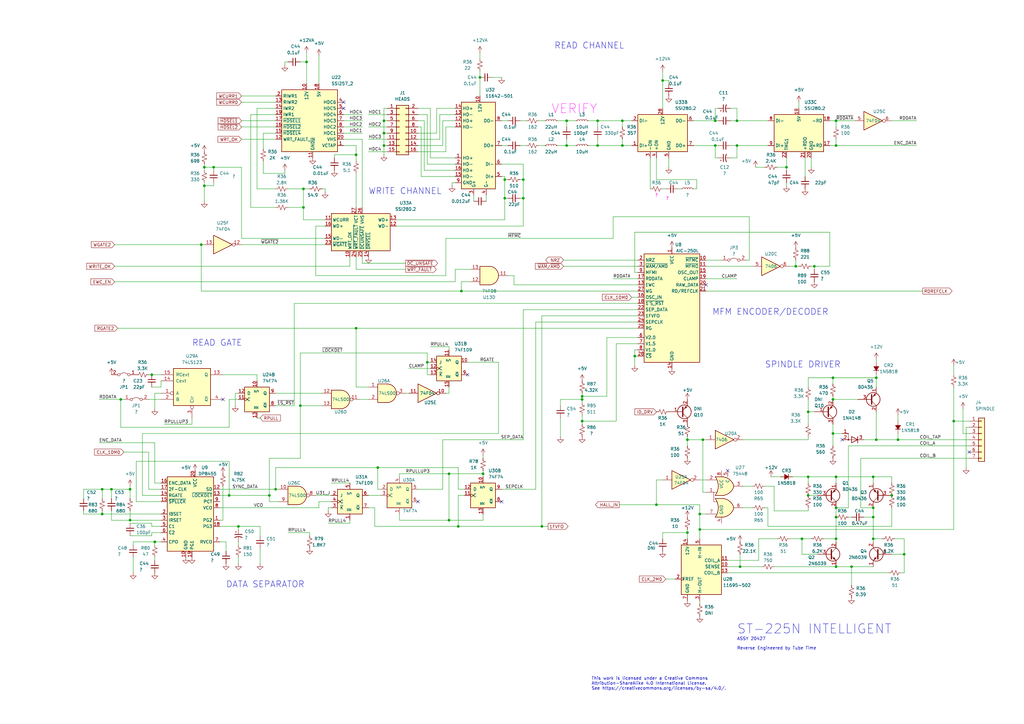
<source format=kicad_sch>
(kicad_sch (version 20230121) (generator eeschema)
  (paper "A3")
  (junction (at 83.82 68.58))
  (junction (at 49.53 163.83))
  (junction (at 175.26 148.59))
  (junction (at 358.14 195.58))
  (junction (at 269.24 207.01))
  (junction (at 341.63 154.94))
  (junction (at 359.41 180.34))
  (junction (at 331.47 203.2))
  (junction (at 342.9 232.41))
  (junction (at 62.23 153.67))
  (junction (at 328.93 220.98))
  (junction (at 342.9 212.09))
  (junction (at 232.41 59.69))
  (junction (at 124.46 85.09))
  (junction (at 189.23 119.38))
  (junction (at 154.94 191.77))
  (junction (at 358.14 208.28))
  (junction (at 63.5 222.25))
  (junction (at 293.37 59.69))
  (junction (at 288.29 180.34))
  (junction (at 293.37 49.53))
  (junction (at 342.9 220.98))
  (junction (at 157.48 59.69))
  (junction (at 82.55 100.33))
  (junction (at 97.79 215.9))
  (junction (at 222.25 215.9))
  (junction (at 302.26 49.53))
  (junction (at 260.35 146.05))
  (junction (at 184.15 213.36))
  (junction (at 322.58 68.58))
  (junction (at 45.72 200.66))
  (junction (at 87.63 68.58))
  (junction (at 370.84 227.33))
  (junction (at 358.14 220.98))
  (junction (at 302.26 59.69))
  (junction (at 110.49 203.2))
  (junction (at 41.91 210.82))
  (junction (at 238.76 163.83))
  (junction (at 342.9 59.69))
  (junction (at 125.73 25.4))
  (junction (at 334.01 109.22))
  (junction (at 349.25 232.41))
  (junction (at 146.05 63.5))
  (junction (at 113.03 200.66))
  (junction (at 341.63 163.83))
  (junction (at 214.63 73.66))
  (junction (at 196.85 31.75))
  (junction (at 245.11 59.69))
  (junction (at 238.76 172.72))
  (junction (at 146.05 134.62))
  (junction (at 359.41 154.94))
  (junction (at 358.14 212.09))
  (junction (at 342.9 195.58))
  (junction (at 83.82 76.2))
  (junction (at 281.94 180.34))
  (junction (at 281.94 218.44))
  (junction (at 331.47 168.91))
  (junction (at 342.9 49.53))
  (junction (at 123.19 166.37))
  (junction (at 207.01 81.28))
  (junction (at 157.48 49.53))
  (junction (at 255.27 59.69))
  (junction (at 184.15 194.31))
  (junction (at 341.63 177.8))
  (junction (at 124.46 77.47))
  (junction (at 53.34 200.66))
  (junction (at 365.76 203.2))
  (junction (at 287.02 210.82))
  (junction (at 198.12 194.31))
  (junction (at 287.02 217.17))
  (junction (at 238.76 162.56))
  (junction (at 214.63 81.28))
  (junction (at 303.53 232.41))
  (junction (at 157.48 54.61))
  (junction (at 326.39 109.22))
  (junction (at 245.11 49.53))
  (junction (at 271.78 33.02))
  (junction (at 53.34 213.36))
  (junction (at 368.3 180.34))
  (junction (at 41.91 200.66))
  (junction (at 187.96 215.9))
  (junction (at 232.41 49.53))
  (junction (at 255.27 49.53))
  (junction (at 331.47 195.58))
  (junction (at 391.16 172.72))
  (junction (at 207.01 73.66))
  (junction (at 93.98 203.2))
  (junction (at 342.9 208.28))
  (no_connect (at 298.45 193.04))
  (no_connect (at 191.77 153.67))
  (no_connect (at 205.74 205.74))
  (no_connect (at 289.56 116.84))
  (no_connect (at 171.45 205.74))
  (no_connect (at 140.97 44.45))
  (no_connect (at 345.44 180.34))
  (no_connect (at 140.97 41.91))
  (no_connect (at 91.44 163.83))
  (no_connect (at 397.51 185.42))
  (wire (pts (xy 331.47 195.58) (xy 342.9 195.58)))
  (wire (pts (xy 302.26 44.45) (xy 302.26 49.53)))
  (wire (pts (xy 255.27 52.07) (xy 255.27 49.53)))
  (wire (pts (xy 289.56 201.93) (xy 288.29 201.93)))
  (wire (pts (xy 213.36 59.69) (xy 215.9 59.69)))
  (wire (pts (xy 214.63 127) (xy 261.62 127)))
  (wire (pts (xy 186.69 115.57) (xy 186.69 110.49)))
  (wire (pts (xy 365.76 195.58) (xy 365.76 198.12)))
  (wire (pts (xy 341.63 163.83) (xy 351.79 163.83)))
  (wire (pts (xy 166.37 110.49) (xy 146.05 110.49)))
  (wire (pts (xy 54.61 223.52) (xy 54.61 222.25)))
  (wire (pts (xy 304.8 199.39) (xy 308.61 199.39)))
  (wire (pts (xy 307.34 106.68) (xy 307.34 88.9)))
  (wire (pts (xy 214.63 67.31) (xy 214.63 73.66)))
  (wire (pts (xy 146.05 63.5) (xy 146.05 66.04)))
  (wire (pts (xy 284.48 59.69) (xy 293.37 59.69)))
  (wire (pts (xy 78.74 171.45) (xy 78.74 173.99)))
  (wire (pts (xy 293.37 59.69) (xy 294.64 59.69)))
  (wire (pts (xy 260.35 95.25) (xy 340.36 95.25)))
  (wire (pts (xy 106.68 219.71) (xy 106.68 215.9)))
  (wire (pts (xy 311.15 220.98) (xy 311.15 229.87)))
  (wire (pts (xy 394.97 167.64) (xy 394.97 177.8)))
  (wire (pts (xy 293.37 44.45) (xy 293.37 49.53)))
  (wire (pts (xy 287.02 210.82) (xy 289.56 210.82)))
  (wire (pts (xy 171.45 57.15) (xy 180.34 57.15)))
  (wire (pts (xy 97.79 222.25) (xy 97.79 223.52)))
  (wire (pts (xy 125.73 25.4) (xy 125.73 34.29)))
  (wire (pts (xy 328.93 220.98) (xy 328.93 227.33)))
  (wire (pts (xy 132.08 77.47) (xy 133.35 77.47)))
  (wire (pts (xy 298.45 229.87) (xy 311.15 229.87)))
  (wire (pts (xy 396.24 175.26) (xy 396.24 191.77)))
  (wire (pts (xy 151.13 62.23) (xy 158.75 62.23)))
  (wire (pts (xy 326.39 109.22) (xy 327.66 109.22)))
  (wire (pts (xy 140.97 46.99) (xy 148.59 46.99)))
  (wire (pts (xy 341.63 177.8) (xy 345.44 177.8)))
  (wire (pts (xy 129.54 113.03) (xy 182.88 113.03)))
  (wire (pts (xy 370.84 234.95) (xy 369.57 234.95)))
  (wire (pts (xy 271.78 33.02) (xy 274.32 33.02)))
  (wire (pts (xy 53.34 214.63) (xy 62.23 214.63)))
  (wire (pts (xy 123.19 25.4) (xy 125.73 25.4)))
  (wire (pts (xy 46.99 115.57) (xy 186.69 115.57)))
  (wire (pts (xy 347.98 212.09) (xy 349.25 212.09)))
  (wire (pts (xy 358.14 195.58) (xy 358.14 198.12)))
  (wire (pts (xy 124.46 77.47) (xy 124.46 85.09)))
  (wire (pts (xy 288.29 201.93) (xy 288.29 180.34)))
  (wire (pts (xy 367.03 220.98) (xy 370.84 220.98)))
  (wire (pts (xy 186.69 110.49) (xy 193.04 110.49)))
  (wire (pts (xy 110.49 203.2) (xy 110.49 205.74)))
  (wire (pts (xy 125.73 21.59) (xy 125.73 25.4)))
  (wire (pts (xy 83.82 100.33) (xy 82.55 100.33)))
  (wire (pts (xy 337.82 220.98) (xy 342.9 220.98)))
  (wire (pts (xy 274.32 64.77) (xy 274.32 68.58)))
  (wire (pts (xy 116.84 69.85) (xy 116.84 71.12)))
  (wire (pts (xy 151.13 208.28) (xy 153.67 208.28)))
  (wire (pts (xy 309.88 68.58) (xy 313.69 68.58)))
  (wire (pts (xy 331.47 158.75) (xy 331.47 154.94)))
  (wire (pts (xy 107.95 54.61) (xy 113.03 54.61)))
  (wire (pts (xy 196.85 31.75) (xy 196.85 39.37)))
  (wire (pts (xy 323.85 109.22) (xy 326.39 109.22)))
  (wire (pts (xy 359.41 153.67) (xy 359.41 154.94)))
  (wire (pts (xy 303.53 232.41) (xy 312.42 232.41)))
  (wire (pts (xy 219.71 132.08) (xy 219.71 200.66)))
  (wire (pts (xy 58.42 177.8) (xy 204.47 177.8)))
  (wire (pts (xy 102.87 85.09) (xy 113.03 85.09)))
  (wire (pts (xy 140.97 59.69) (xy 146.05 59.69)))
  (wire (pts (xy 82.55 119.38) (xy 82.55 100.33)))
  (wire (pts (xy 146.05 71.12) (xy 146.05 85.09)))
  (wire (pts (xy 289.56 180.34) (xy 288.29 180.34)))
  (wire (pts (xy 63.5 198.12) (xy 63.5 181.61)))
  (wire (pts (xy 193.04 115.57) (xy 189.23 115.57)))
  (wire (pts (xy 281.94 218.44) (xy 271.78 218.44)))
  (wire (pts (xy 281.94 217.17) (xy 281.94 218.44)))
  (wire (pts (xy 245.11 57.15) (xy 245.11 59.69)))
  (wire (pts (xy 53.34 219.71) (xy 62.23 219.71)))
  (wire (pts (xy 105.41 153.67) (xy 105.41 156.21)))
  (wire (pts (xy 99.06 39.37) (xy 113.03 39.37)))
  (wire (pts (xy 62.23 214.63) (xy 62.23 215.9)))
  (wire (pts (xy 157.48 54.61) (xy 157.48 59.69)))
  (wire (pts (xy 238.76 163.83) (xy 238.76 165.1)))
  (wire (pts (xy 252.73 140.97) (xy 261.62 140.97)))
  (wire (pts (xy 53.34 200.66) (xy 53.34 204.47)))
  (wire (pts (xy 271.78 77.47) (xy 273.05 77.47)))
  (wire (pts (xy 219.71 132.08) (xy 261.62 132.08)))
  (wire (pts (xy 153.67 208.28) (xy 153.67 215.9)))
  (wire (pts (xy 190.5 203.2) (xy 187.96 203.2)))
  (wire (pts (xy 255.27 49.53) (xy 259.08 49.53)))
  (wire (pts (xy 90.17 215.9) (xy 97.79 215.9)))
  (wire (pts (xy 130.81 22.86) (xy 130.81 34.29)))
  (wire (pts (xy 328.93 227.33) (xy 335.28 227.33)))
  (wire (pts (xy 241.3 49.53) (xy 245.11 49.53)))
  (wire (pts (xy 97.79 161.29) (xy 96.52 161.29)))
  (wire (pts (xy 45.72 200.66) (xy 53.34 200.66)))
  (wire (pts (xy 284.48 77.47) (xy 285.75 77.47)))
  (wire (pts (xy 342.9 212.09) (xy 342.9 220.98)))
  (wire (pts (xy 118.11 77.47) (xy 124.46 77.47)))
  (wire (pts (xy 60.96 153.67) (xy 62.23 153.67)))
  (wire (pts (xy 220.98 59.69) (xy 223.52 59.69)))
  (wire (pts (xy 175.26 148.59) (xy 176.53 148.59)))
  (wire (pts (xy 151.13 52.07) (xy 158.75 52.07)))
  (wire (pts (xy 207.01 73.66) (xy 208.28 73.66)))
  (wire (pts (xy 299.72 44.45) (xy 302.26 44.45)))
  (wire (pts (xy 113.03 161.29) (xy 132.08 161.29)))
  (wire (pts (xy 102.87 46.99) (xy 113.03 46.99)))
  (wire (pts (xy 58.42 177.8) (xy 58.42 203.2)))
  (wire (pts (xy 184.15 161.29) (xy 182.88 161.29)))
  (wire (pts (xy 228.6 49.53) (xy 232.41 49.53)))
  (wire (pts (xy 151.13 203.2) (xy 156.21 203.2)))
  (wire (pts (xy 184.15 194.31) (xy 198.12 194.31)))
  (wire (pts (xy 207.01 72.39) (xy 207.01 73.66)))
  (wire (pts (xy 180.34 46.99) (xy 186.69 46.99)))
  (wire (pts (xy 140.97 52.07) (xy 148.59 52.07)))
  (wire (pts (xy 110.49 203.2) (xy 110.49 187.96)))
  (wire (pts (xy 171.45 59.69) (xy 181.61 59.69)))
  (wire (pts (xy 176.53 142.24) (xy 184.15 142.24)))
  (wire (pts (xy 370.84 227.33) (xy 365.76 227.33)))
  (wire (pts (xy 45.72 204.47) (xy 45.72 200.66)))
  (wire (pts (xy 331.47 203.2) (xy 335.28 203.2)))
  (wire (pts (xy 353.06 208.28) (xy 358.14 208.28)))
  (wire (pts (xy 148.59 105.41) (xy 148.59 107.95)))
  (wire (pts (xy 140.97 54.61) (xy 148.59 54.61)))
  (wire (pts (xy 120.65 124.46) (xy 120.65 166.37)))
  (wire (pts (xy 370.84 220.98) (xy 370.84 227.33)))
  (wire (pts (xy 99.06 41.91) (xy 113.03 41.91)))
  (wire (pts (xy 287.02 217.17) (xy 287.02 220.98)))
  (wire (pts (xy 298.45 232.41) (xy 303.53 232.41)))
  (wire (pts (xy 171.45 44.45) (xy 176.53 44.45)))
  (wire (pts (xy 83.82 68.58) (xy 87.63 68.58)))
  (wire (pts (xy 365.76 208.28) (xy 365.76 215.9)))
  (wire (pts (xy 129.54 92.71) (xy 129.54 113.03)))
  (wire (pts (xy 87.63 74.93) (xy 87.63 76.2)))
  (wire (pts (xy 342.9 232.41) (xy 349.25 232.41)))
  (wire (pts (xy 184.15 194.31) (xy 184.15 213.36)))
  (wire (pts (xy 184.15 158.75) (xy 184.15 161.29)))
  (wire (pts (xy 207.01 81.28) (xy 207.01 90.17)))
  (wire (pts (xy 62.23 153.67) (xy 66.04 153.67)))
  (wire (pts (xy 45.72 213.36) (xy 53.34 213.36)))
  (wire (pts (xy 83.82 74.93) (xy 83.82 76.2)))
  (wire (pts (xy 287.02 196.85) (xy 289.56 196.85)))
  (wire (pts (xy 287.02 217.17) (xy 391.16 217.17)))
  (wire (pts (xy 304.8 208.28) (xy 308.61 208.28)))
  (wire (pts (xy 113.03 191.77) (xy 113.03 200.66)))
  (wire (pts (xy 137.16 63.5) (xy 146.05 63.5)))
  (wire (pts (xy 229.87 166.37) (xy 229.87 163.83)))
  (wire (pts (xy 294.64 64.77) (xy 293.37 64.77)))
  (wire (pts (xy 370.84 227.33) (xy 370.84 234.95)))
  (wire (pts (xy 208.28 81.28) (xy 207.01 81.28)))
  (wire (pts (xy 99.06 68.58) (xy 99.06 97.79)))
  (wire (pts (xy 157.48 59.69) (xy 157.48 63.5)))
  (wire (pts (xy 55.88 205.74) (xy 66.04 205.74)))
  (wire (pts (xy 354.33 180.34) (xy 359.41 180.34)))
  (wire (pts (xy 322.58 68.58) (xy 322.58 69.85)))
  (wire (pts (xy 331.47 163.83) (xy 331.47 168.91)))
  (wire (pts (xy 293.37 49.53) (xy 294.64 49.53)))
  (wire (pts (xy 93.98 203.2) (xy 110.49 203.2)))
  (wire (pts (xy 49.53 175.26) (xy 93.98 175.26)))
  (wire (pts (xy 210.82 116.84) (xy 261.62 116.84)))
  (wire (pts (xy 326.39 106.68) (xy 326.39 109.22)))
  (wire (pts (xy 124.46 90.17) (xy 133.35 90.17)))
  (wire (pts (xy 143.51 105.41) (xy 143.51 109.22)))
  (wire (pts (xy 93.98 163.83) (xy 97.79 163.83)))
  (wire (pts (xy 113.03 166.37) (xy 120.65 166.37)))
  (wire (pts (xy 391.16 172.72) (xy 397.51 172.72)))
  (wire (pts (xy 330.2 64.77) (xy 330.2 72.39)))
  (wire (pts (xy 53.34 199.39) (xy 53.34 200.66)))
  (wire (pts (xy 182.88 62.23) (xy 182.88 52.07)))
  (wire (pts (xy 158.75 44.45) (xy 157.48 44.45)))
  (wire (pts (xy 91.44 213.36) (xy 90.17 213.36)))
  (wire (pts (xy 176.53 44.45) (xy 176.53 64.77)))
  (wire (pts (xy 281.94 218.44) (xy 281.94 220.98)))
  (wire (pts (xy 214.63 180.34) (xy 214.63 127)))
  (wire (pts (xy 238.76 162.56) (xy 248.92 162.56)))
  (wire (pts (xy 189.23 115.57) (xy 189.23 119.38)))
  (wire (pts (xy 207.01 73.66) (xy 207.01 81.28)))
  (wire (pts (xy 213.36 73.66) (xy 214.63 73.66)))
  (wire (pts (xy 358.14 212.09) (xy 354.33 212.09)))
  (wire (pts (xy 347.98 182.88) (xy 347.98 208.28)))
  (wire (pts (xy 340.36 49.53) (xy 342.9 49.53)))
  (wire (pts (xy 302.26 64.77) (xy 302.26 59.69)))
  (wire (pts (xy 341.63 177.8) (xy 341.63 182.88)))
  (wire (pts (xy 99.06 49.53) (xy 113.03 49.53)))
  (wire (pts (xy 271.78 218.44) (xy 271.78 220.98)))
  (wire (pts (xy 287.02 217.17) (xy 287.02 210.82)))
  (wire (pts (xy 259.08 121.92) (xy 261.62 121.92)))
  (wire (pts (xy 175.26 46.99) (xy 175.26 67.31)))
  (wire (pts (xy 229.87 171.45) (xy 229.87 179.07)))
  (wire (pts (xy 163.83 213.36) (xy 184.15 213.36)))
  (wire (pts (xy 229.87 163.83) (xy 238.76 163.83)))
  (wire (pts (xy 175.26 148.59) (xy 175.26 153.67)))
  (wire (pts (xy 189.23 119.38) (xy 261.62 119.38)))
  (wire (pts (xy 41.91 200.66) (xy 45.72 200.66)))
  (wire (pts (xy 180.34 57.15) (xy 180.34 46.99)))
  (wire (pts (xy 146.05 134.62) (xy 48.26 134.62)))
  (wire (pts (xy 176.53 64.77) (xy 186.69 64.77)))
  (wire (pts (xy 317.5 209.55) (xy 317.5 199.39)))
  (wire (pts (xy 331.47 195.58) (xy 325.12 195.58)))
  (wire (pts (xy 331.47 168.91) (xy 334.01 168.91)))
  (wire (pts (xy 83.82 76.2) (xy 87.63 76.2)))
  (wire (pts (xy 157.48 54.61) (xy 158.75 54.61)))
  (wire (pts (xy 327.66 41.91) (xy 327.66 44.45)))
  (wire (pts (xy 123.19 187.96) (xy 123.19 166.37)))
  (wire (pts (xy 358.14 195.58) (xy 365.76 195.58)))
  (wire (pts (xy 287.02 210.82) (xy 287.02 207.01)))
  (wire (pts (xy 205.74 200.66) (xy 219.71 200.66)))
  (wire (pts (xy 116.84 71.12) (xy 107.95 71.12)))
  (wire (pts (xy 196.85 29.21) (xy 196.85 31.75)))
  (wire (pts (xy 205.74 49.53) (xy 208.28 49.53)))
  (wire (pts (xy 175.26 67.31) (xy 186.69 67.31)))
  (wire (pts (xy 260.35 111.76) (xy 260.35 95.25)))
  (wire (pts (xy 342.9 49.53) (xy 342.9 52.07)))
  (wire (pts (xy 317.5 209.55) (xy 331.47 209.55)))
  (wire (pts (xy 90.17 208.28) (xy 130.81 208.28)))
  (wire (pts (xy 41.91 210.82) (xy 34.29 210.82)))
  (wire (pts (xy 46.99 109.22) (xy 143.51 109.22)))
  (wire (pts (xy 173.99 49.53) (xy 173.99 69.85)))
  (wire (pts (xy 171.45 52.07) (xy 172.72 52.07)))
  (wire (pts (xy 204.47 148.59) (xy 204.47 177.8)))
  (wire (pts (xy 162.56 90.17) (xy 207.01 90.17)))
  (wire (pts (xy 182.88 97.79) (xy 251.46 97.79)))
  (wire (pts (xy 269.24 64.77) (xy 269.24 73.66)))
  (wire (pts (xy 55.88 189.23) (xy 55.88 205.74)))
  (wire (pts (xy 87.63 69.85) (xy 87.63 68.58)))
  (wire (pts (xy 238.76 162.56) (xy 238.76 163.83)))
  (wire (pts (xy 60.96 200.66) (xy 66.04 200.66)))
  (wire (pts (xy 245.11 49.53) (xy 245.11 52.07)))
  (wire (pts (xy 151.13 46.99) (xy 158.75 46.99)))
  (wire (pts (xy 334.01 110.49) (xy 334.01 109.22)))
  (wire (pts (xy 241.3 59.69) (xy 245.11 59.69)))
  (wire (pts (xy 127 219.71) (xy 127 218.44)))
  (wire (pts (xy 157.48 49.53) (xy 158.75 49.53)))
  (wire (pts (xy 252.73 172.72) (xy 252.73 140.97)))
  (wire (pts (xy 232.41 49.53) (xy 232.41 52.07)))
  (wire (pts (xy 341.63 162.56) (xy 341.63 163.83)))
  (wire (pts (xy 157.48 59.69) (xy 158.75 59.69)))
  (wire (pts (xy 66.04 210.82) (xy 41.91 210.82)))
  (wire (pts (xy 62.23 158.75) (xy 66.04 158.75)))
  (wire (pts (xy 110.49 205.74) (xy 114.3 205.74)))
  (wire (pts (xy 118.11 25.4) (xy 116.84 25.4)))
  (wire (pts (xy 342.9 208.28) (xy 347.98 208.28)))
  (wire (pts (xy 255.27 59.69) (xy 245.11 59.69)))
  (wire (pts (xy 140.97 57.15) (xy 148.59 57.15)))
  (wire (pts (xy 224.79 215.9) (xy 222.25 215.9)))
  (wire (pts (xy 281.94 180.34) (xy 281.94 182.88)))
  (wire (pts (xy 274.32 34.29) (xy 274.32 33.02)))
  (wire (pts (xy 176.53 153.67) (xy 175.26 153.67)))
  (wire (pts (xy 182.88 113.03) (xy 182.88 97.79)))
  (wire (pts (xy 40.64 163.83) (xy 49.53 163.83)))
  (wire (pts (xy 118.11 85.09) (xy 124.46 85.09)))
  (wire (pts (xy 173.99 69.85) (xy 186.69 69.85)))
  (wire (pts (xy 66.04 198.12) (xy 63.5 198.12)))
  (wire (pts (xy 349.25 232.41) (xy 358.14 232.41)))
  (wire (pts (xy 185.42 74.93) (xy 186.69 74.93)))
  (wire (pts (xy 83.82 76.2) (xy 83.82 82.55)))
  (wire (pts (xy 331.47 198.12) (xy 331.47 195.58)))
  (wire (pts (xy 41.91 204.47) (xy 41.91 200.66)))
  (wire (pts (xy 123.19 144.78) (xy 175.26 144.78)))
  (wire (pts (xy 331.47 209.55) (xy 331.47 208.28)))
  (wire (pts (xy 368.3 170.18) (xy 368.3 172.72)))
  (wire (pts (xy 269.24 73.66) (xy 285.75 73.66)))
  (wire (pts (xy 182.88 52.07) (xy 186.69 52.07)))
  (wire (pts (xy 163.83 195.58) (xy 163.83 194.31)))
  (wire (pts (xy 255.27 57.15) (xy 255.27 59.69)))
  (wire (pts (xy 181.61 180.34) (xy 181.61 200.66)))
  (wire (pts (xy 54.61 228.6) (xy 54.61 234.95)))
  (wire (pts (xy 232.41 57.15) (xy 232.41 59.69)))
  (wire (pts (xy 181.61 180.34) (xy 214.63 180.34)))
  (wire (pts (xy 353.06 187.96) (xy 397.51 187.96)))
  (wire (pts (xy 171.45 49.53) (xy 173.99 49.53)))
  (wire (pts (xy 255.27 49.53) (xy 245.11 49.53)))
  (wire (pts (xy 342.9 195.58) (xy 358.14 195.58)))
  (wire (pts (xy 66.04 218.44) (xy 62.23 218.44)))
  (wire (pts (xy 93.98 189.23) (xy 55.88 189.23)))
  (wire (pts (xy 99.06 100.33) (xy 133.35 100.33)))
  (wire (pts (xy 248.92 162.56) (xy 248.92 138.43)))
  (wire (pts (xy 358.14 220.98) (xy 361.95 220.98)))
  (wire (pts (xy 187.96 191.77) (xy 187.96 200.66)))
  (wire (pts (xy 269.24 196.85) (xy 269.24 207.01)))
  (wire (pts (xy 146.05 158.75) (xy 151.13 158.75)))
  (wire (pts (xy 63.5 181.61) (xy 40.64 181.61)))
  (wire (pts (xy 397.51 175.26) (xy 396.24 175.26)))
  (wire (pts (xy 130.81 205.74) (xy 135.89 205.74)))
  (wire (pts (xy 163.83 210.82) (xy 163.83 213.36)))
  (wire (pts (xy 271.78 33.02) (xy 271.78 44.45)))
  (wire (pts (xy 50.8 185.42) (xy 60.96 185.42)))
  (wire (pts (xy 99.06 57.15) (xy 113.03 57.15)))
  (wire (pts (xy 331.47 180.34) (xy 331.47 179.07)))
  (wire (pts (xy 359.41 147.32) (xy 359.41 148.59)))
  (wire (pts (xy 90.17 203.2) (xy 93.98 203.2)))
  (wire (pts (xy 232.41 59.69) (xy 236.22 59.69)))
  (wire (pts (xy 220.98 49.53) (xy 223.52 49.53)))
  (wire (pts (xy 184.15 143.51) (xy 184.15 142.24)))
  (wire (pts (xy 92.71 226.06) (xy 92.71 222.25)))
  (wire (pts (xy 83.82 67.31) (xy 83.82 68.58)))
  (wire (pts (xy 269.24 207.01) (xy 287.02 207.01)))
  (wire (pts (xy 342.9 57.15) (xy 342.9 59.69)))
  (wire (pts (xy 328.93 220.98) (xy 332.74 220.98)))
  (wire (pts (xy 99.06 52.07) (xy 113.03 52.07)))
  (wire (pts (xy 157.48 49.53) (xy 157.48 54.61)))
  (wire (pts (xy 273.05 237.49) (xy 276.86 237.49)))
  (wire (pts (xy 231.14 109.22) (xy 261.62 109.22)))
  (wire (pts (xy 90.17 200.66) (xy 113.03 200.66)))
  (wire (pts (xy 181.61 59.69) (xy 181.61 49.53)))
  (wire (pts (xy 214.63 73.66) (xy 214.63 81.28)))
  (wire (pts (xy 391.16 153.67) (xy 391.16 149.86)))
  (wire (pts (xy 341.63 154.94) (xy 359.41 154.94)))
  (wire (pts (xy 349.25 232.41) (xy 349.25 240.03)))
  (wire (pts (xy 303.53 227.33) (xy 303.53 232.41)))
  (wire (pts (xy 99.06 97.79) (xy 133.35 97.79)))
  (wire (pts (xy 146.05 134.62) (xy 146.05 158.75)))
  (wire (pts (xy 255.27 59.69) (xy 259.08 59.69)))
  (wire (pts (xy 397.51 177.8) (xy 394.97 177.8)))
  (wire (pts (xy 54.61 222.25) (xy 63.5 222.25)))
  (wire (pts (xy 318.77 68.58) (xy 322.58 68.58)))
  (wire (pts (xy 205.74 72.39) (xy 207.01 72.39)))
  (wire (pts (xy 34.29 209.55) (xy 34.29 210.82)))
  (wire (pts (xy 184.15 213.36) (xy 198.12 213.36)))
  (wire (pts (xy 113.03 200.66) (xy 114.3 200.66)))
  (wire (pts (xy 154.94 191.77) (xy 187.96 191.77)))
  (wire (pts (xy 284.48 49.53) (xy 293.37 49.53)))
  (wire (pts (xy 120.65 124.46) (xy 261.62 124.46)))
  (wire (pts (xy 123.19 166.37) (xy 132.08 166.37)))
  (wire (pts (xy 179.07 44.45) (xy 186.69 44.45)))
  (wire (pts (xy 210.82 113.03) (xy 210.82 116.84)))
  (wire (pts (xy 58.42 203.2) (xy 66.04 203.2)))
  (wire (pts (xy 106.68 215.9) (xy 97.79 215.9)))
  (wire (pts (xy 198.12 195.58) (xy 198.12 194.31)))
  (wire (pts (xy 213.36 49.53) (xy 215.9 49.53)))
  (wire (pts (xy 156.21 200.66) (xy 154.94 200.66)))
  (wire (pts (xy 147.32 163.83) (xy 151.13 163.83)))
  (wire (pts (xy 66.04 158.75) (xy 66.04 156.21)))
  (wire (pts (xy 261.62 143.51) (xy 260.35 143.51)))
  (wire (pts (xy 222.25 215.9) (xy 187.96 215.9)))
  (wire (pts (xy 323.85 220.98) (xy 328.93 220.98)))
  (wire (pts (xy 171.45 62.23) (xy 182.88 62.23)))
  (wire (pts (xy 342.9 195.58) (xy 342.9 198.12)))
  (wire (pts (xy 181.61 49.53) (xy 186.69 49.53)))
  (wire (pts (xy 63.5 222.25) (xy 66.04 222.25)))
  (wire (pts (xy 342.9 220.98) (xy 342.9 222.25)))
  (wire (pts (xy 365.76 49.53) (xy 375.92 49.53)))
  (wire (pts (xy 359.41 154.94) (xy 359.41 158.75)))
  (wire (pts (xy 332.74 64.77) (xy 332.74 68.58)))
  (wire (pts (xy 353.06 208.28) (xy 353.06 187.96)))
  (wire (pts (xy 45.72 209.55) (xy 45.72 213.36)))
  (wire (pts (xy 191.77 148.59) (xy 204.47 148.59)))
  (wire (pts (xy 302.26 49.53) (xy 314.96 49.53)))
  (wire (pts (xy 238.76 172.72) (xy 238.76 173.99)))
  (wire (pts (xy 154.94 200.66) (xy 154.94 191.77)))
  (wire (pts (xy 135.89 208.28) (xy 134.62 208.28)))
  (wire (pts (xy 105.41 44.45) (xy 113.03 44.45)))
  (wire (pts (xy 93.98 175.26) (xy 93.98 163.83)))
  (wire (pts (xy 238.76 170.18) (xy 238.76 172.72)))
  (wire (pts (xy 214.63 81.28) (xy 214.63 92.71)))
  (wire (pts (xy 146.05 105.41) (xy 146.05 110.49)))
  (wire (pts (xy 228.6 59.69) (xy 232.41 59.69)))
  (wire (pts (xy 105.41 44.45) (xy 105.41 77.47)))
  (wire (pts (xy 134.62 214.63) (xy 143.51 214.63)))
  (wire (pts (xy 127 77.47) (xy 124.46 77.47)))
  (wire (pts (xy 238.76 172.72) (xy 252.73 172.72)))
  (wire (pts (xy 358.14 212.09) (xy 358.14 220.98)))
  (wire (pts (xy 49.53 163.83) (xy 50.8 163.83)))
  (wire (pts (xy 175.26 144.78) (xy 175.26 148.59)))
  (wire (pts (xy 49.53 163.83) (xy 49.53 175.26)))
  (wire (pts (xy 293.37 59.69) (xy 293.37 64.77)))
  (wire (pts (xy 129.54 203.2) (xy 135.89 203.2)))
  (wire (pts (xy 201.93 31.75) (xy 205.74 31.75)))
  (wire (pts (xy 63.5 161.29) (xy 63.5 167.64)))
  (wire (pts (xy 289.56 109.22) (xy 308.61 109.22)))
  (wire (pts (xy 318.77 220.98) (xy 311.15 220.98)))
  (wire (pts (xy 341.63 154.94) (xy 341.63 157.48)))
  (wire (pts (xy 105.41 171.45) (xy 106.68 171.45)))
  (wire (pts (xy 222.25 215.9) (xy 222.25 129.54)))
  (wire (pts (xy 92.71 222.25) (xy 90.17 222.25)))
  (wire (pts (xy 306.07 106.68) (xy 307.34 106.68)))
  (wire (pts (xy 261.62 111.76) (xy 260.35 111.76)))
  (wire (pts (xy 187.96 200.66) (xy 190.5 200.66)))
  (wire (pts (xy 62.23 215.9) (xy 66.04 215.9)))
  (wire (pts (xy 342.9 59.69) (xy 375.92 59.69)))
  (wire (pts (xy 287.02 246.38) (xy 287.02 247.65)))
  (wire (pts (xy 133.35 78.74) (xy 133.35 77.47)))
  (wire (pts (xy 96.52 161.29) (xy 96.52 166.37)))
  (wire (pts (xy 298.45 234.95) (xy 364.49 234.95)))
  (wire (pts (xy 358.14 208.28) (xy 358.14 212.09)))
  (wire (pts (xy 34.29 200.66) (xy 34.29 204.47)))
  (wire (pts (xy 254 207.01) (xy 269.24 207.01)))
  (wire (pts (xy 124.46 85.09) (xy 124.46 90.17)))
  (wire (pts (xy 167.64 151.13) (xy 176.53 151.13)))
  (wire (pts (xy 66.04 213.36) (xy 53.34 213.36)))
  (wire (pts (xy 342.9 208.28) (xy 342.9 212.09)))
  (wire (pts (xy 232.41 49.53) (xy 236.22 49.53)))
  (wire (pts (xy 289.56 106.68) (xy 295.91 106.68)))
  (wire (pts (xy 185.42 74.93) (xy 185.42 76.2)))
  (wire (pts (xy 331.47 168.91) (xy 331.47 173.99)))
  (wire (pts (xy 82.55 119.38) (xy 189.23 119.38)))
  (wire (pts (xy 208.28 113.03) (xy 210.82 113.03)))
  (wire (pts (xy 342.9 49.53) (xy 350.52 49.53)))
  (wire (pts (xy 260.35 143.51) (xy 260.35 146.05)))
  (wire (pts (xy 97.79 228.6) (xy 97.79 231.14)))
  (wire (pts (xy 205.74 67.31) (xy 214.63 67.31)))
  (wire (pts (xy 171.45 54.61) (xy 179.07 54.61)))
  (wire (pts (xy 140.97 49.53) (xy 148.59 49.53)))
  (wire (pts (xy 66.04 161.29) (xy 63.5 161.29)))
  (wire (pts (xy 281.94 180.34) (xy 288.29 180.34)))
  (wire (pts (xy 347.98 182.88) (xy 397.51 182.88)))
  (wire (pts (xy 340.36 109.22) (xy 334.01 109.22)))
  (wire (pts (xy 317.5 232.41) (xy 342.9 232.41)))
  (wire (pts (xy 163.83 194.31) (xy 184.15 194.31)))
  (wire (pts (xy 110.49 187.96) (xy 123.19 187.96)))
  (wire (pts (xy 285.75 73.66) (xy 285.75 77.47)))
  (wire (pts (xy 41.91 200.66) (xy 34.29 200.66)))
  (wire (pts (xy 171.45 46.99) (xy 175.26 46.99)))
  (wire (pts (xy 105.41 77.47) (xy 113.03 77.47)))
  (wire (pts (xy 340.36 95.25) (xy 340.36 109.22)))
  (wire (pts (xy 231.14 106.68) (xy 261.62 106.68)))
  (wire (pts (xy 222.25 129.54) (xy 261.62 129.54)))
  (wire (pts (xy 299.72 49.53) (xy 302.26 49.53)))
  (wire (pts (xy 181.61 200.66) (xy 171.45 200.66)))
  (wire (pts (xy 162.56 92.71) (xy 214.63 92.71)))
  (wire (pts (xy 157.48 44.45) (xy 157.48 49.53)))
  (wire (pts (xy 261.62 146.05) (xy 260.35 146.05)))
  (wire (pts (xy 316.23 195.58) (xy 320.04 195.58)))
  (wire (pts (xy 196.85 21.59) (xy 196.85 24.13)))
  (wire (pts (xy 289.56 114.3) (xy 302.26 114.3)))
  (wire (pts (xy 60.96 163.83) (xy 66.04 163.83)))
  (wire (pts (xy 143.51 213.36) (xy 143.51 214.63)))
  (wire (pts (xy 172.72 52.07) (xy 172.72 72.39)))
  (wire (pts (xy 391.16 172.72) (xy 391.16 217.17)))
  (wire (pts (xy 271.78 196.85) (xy 269.24 196.85)))
  (wire (pts (xy 179.07 54.61) (xy 179.07 44.45)))
  (wire (pts (xy 53.34 209.55) (xy 53.34 213.36)))
  (wire (pts (xy 281.94 179.07) (xy 281.94 180.34)))
  (wire (pts (xy 198.12 213.36) (xy 198.12 210.82)))
  (wire (pts (xy 148.59 57.15) (xy 148.59 85.09)))
  (wire (pts (xy 358.14 220.98) (xy 358.14 222.25)))
  (wire (pts (xy 199.39 80.01) (xy 199.39 82.55)))
  (wire (pts (xy 60.96 185.42) (xy 60.96 200.66)))
  (wire (pts (xy 314.96 215.9) (xy 314.96 208.28)))
  (wire (pts (xy 153.67 215.9) (xy 187.96 215.9)))
  (wire (pts (xy 289.56 119.38) (xy 378.46 119.38)))
  (wire (pts (xy 391.16 158.75) (xy 391.16 172.72)))
  (wire (pts (xy 251.46 114.3) (xy 261.62 114.3)))
  (wire (pts (xy 302.26 59.69) (xy 314.96 59.69)))
  (wire (pts (xy 102.87 46.99) (xy 102.87 85.09)))
  (wire (pts (xy 107.95 54.61) (xy 107.95 60.96)))
  (wire (pts (xy 93.98 203.2) (xy 93.98 189.23)))
  (wire (pts (xy 251.46 97.79) (xy 251.46 88.9)))
  (wire (pts (xy 116.84 25.4) (xy 116.84 26.67)))
  (wire (pts (xy 299.72 59.69) (xy 302.26 59.69)))
  (wire (pts (xy 261.62 138.43) (xy 248.92 138.43)))
  (wire (pts (xy 278.13 77.47) (xy 279.4 77.47)))
  (wire (pts (xy 137.16 63.5) (xy 137.16 64.77)))
  (wire (pts (xy 317.5 199.39) (xy 313.69 199.39)))
  (wire (pts (xy 213.36 81.28) (xy 214.63 81.28)))
  (wire (pts (xy 118.11 218.44) (xy 127 218.44)))
  (wire (pts (xy 260.35 146.05) (xy 260.35 149.86)))
  (wire (pts (xy 91.44 199.39) (xy 91.44 213.36)))
  (wire (pts (xy 194.31 80.01) (xy 194.31 82.55)))
  (wire (pts (xy 41.91 209.55) (xy 41.91 210.82)))
  (wire (pts (xy 266.7 64.77) (xy 266.7 77.47)))
  (wire (pts (xy 368.3 180.34) (xy 397.51 180.34)))
  (wire (pts (xy 91.44 153.67) (xy 105.41 153.67)))
  (wire (pts (xy 368.3 177.8) (xy 368.3 180.34)))
  (wire (pts (xy 123.19 166.37) (xy 123.19 144.78)))
  (wire (pts (xy 332.74 109.22) (xy 334.01 109.22)))
  (wire (pts (xy 172.72 72.39) (xy 186.69 72.39)))
  (wire (pts (xy 359.41 180.34) (xy 368.3 180.34)))
  (wire (pts (xy 87.63 68.58) (xy 99.06 68.58)))
  (wire (pts (xy 63.5 228.6) (xy 63.5 229.87)))
  (wire (pts (xy 146.05 134.62) (xy 261.62 134.62)))
  (wire (pts (xy 205.74 59.69) (xy 208.28 59.69)))
  (wire (pts (xy 304.8 180.34) (xy 331.47 180.34)))
  (wire (pts (xy 314.96 215.9) (xy 365.76 215.9)))
  (wire (pts (xy 130.81 205.74) (xy 130.81 208.28)))
  (wire (pts (xy 299.72 64.77) (xy 302.26 64.77)))
  (wire (pts (xy 359.41 180.34) (xy 359.41 168.91)))
  (wire (pts (xy 294.64 44.45) (xy 293.37 44.45)))
  (wire (pts (xy 198.12 193.04) (xy 198.12 194.31)))
  (wire (pts (xy 134.62 208.28) (xy 134.62 209.55)))
  (wire (pts (xy 107.95 71.12) (xy 107.95 66.04)))
  (wire (pts (xy 129.54 92.71) (xy 133.35 92.71)))
  (wire (pts (xy 314.96 208.28) (xy 313.69 208.28)))
  (wire (pts (xy 187.96 203.2) (xy 187.96 215.9)))
  (wire (pts (xy 97.79 215.9) (xy 97.79 217.17)))
  (wire (pts (xy 341.63 173.99) (xy 341.63 177.8)))
  (wire (pts (xy 143.51 198.12) (xy 135.89 198.12)))
  (wire (pts (xy 154.94 191.77) (xy 113.03 191.77)))
  (wire (pts (xy 322.58 74.93) (xy 322.58 76.2)))
  (wire (pts (xy 106.68 224.79) (xy 106.68 231.14)))
  (wire (pts (xy 83.82 68.58) (xy 83.82 69.85)))
  (wire (pts (xy 62.23 218.44) (xy 62.23 219.71)))
  (wire (pts (xy 166.37 161.29) (xy 167.64 161.29)))
  (wire (pts (xy 331.47 154.94) (xy 341.63 154.94)))
  (wire (pts (xy 322.58 64.77) (xy 322.58 68.58)))
  (wire (pts (xy 251.46 88.9) (xy 307.34 88.9)))
  (wire (pts (xy 198.12 187.96) (xy 198.12 186.69)))
  (wire (pts (xy 271.78 29.21) (xy 271.78 33.02)))
  (wire (pts (xy 146.05 59.69) (xy 146.05 63.5)))
  (wire (pts (xy 151.13 57.15) (xy 158.75 57.15)))
  (wire (pts (xy 82.55 100.33) (xy 46.99 100.33)))
  (wire (pts (xy 67.31 173.99) (xy 78.74 173.99)))
  (wire (pts (xy 238.76 161.29) (xy 238.76 162.56)))
  (wire (pts (xy 340.36 59.69) (xy 342.9 59.69)))
  (wire (pts (xy 63.5 223.52) (xy 63.5 222.25)))
  (wire (pts (xy 148.59 107.95) (xy 166.37 107.95)))
  (text "ST-225N INTELLIGENT" (at 302.26 260.35 0) (effects (font (size 3.81 3.81)) (justify left bottom)))
  (text "SPINDLE DRIVER" (at 313.69 151.13 0) (effects (font (size 2.54 2.54)) (justify left bottom)))
  (text "WRITE CHANNEL" (at 151.13 80.01 0) (effects (font (size 2.54 2.54)) (justify left bottom)))
  (text "READ GATE" (at 78.74 142.24 0) (effects (font (size 2.54 2.54)) (justify left bottom)))
  (text "Reverse Engineered by Tube Time" (at 302.26 266.7 0) (effects (font (size 1.27 1.27)) (justify left bottom)))
  (text "ASSY 20427" (at 302.26 262.89 0) (effects (font (size 1.27 1.27)) (justify left bottom)))
  (text "DATA SEPARATOR" (at 92.71 241.3 0) (effects (font (size 2.54 2.54)) (justify left bottom)))
  (text "This work is licensed under a Creative Commons\nAttribution-ShareAlike 4.0 International License.\nSee https://creativecommons.org/licenses/by-sa/4.0/.\n" (at 242.57 283.21 0) (effects (font (size 1.27 1.27)) (justify left bottom)))
  (text "MFM ENCODER/DECODER" (at 292.1 129.54 0) (effects (font (size 2.54 2.54)) (justify left bottom)))
  (text "VERIFY" (at 226.06 46.99 0) (effects (font (size 3.81 3.81)) (justify left bottom)))
  (text "READ CHANNEL" (at 227.33 20.32 0) (effects (font (size 2.54 2.54)) (justify left bottom)))
  (label "COIL_B" (at 377.19 187.96 0))
  (label "RPULL4" (at 135.89 198.12 0))
  (label "HDC3" (at 151.13 57.15 0))
  (label "COIL_TAP" (at 377.19 180.34 0))
  (label "CLAMP" (at 302.26 114.3 180))
  (label "COIL_A" (at 377.19 182.88 0))
  (label "RDDATA" (at 40.64 163.83 0))
  (label "HDC4" (at 148.59 46.99 180))
  (label "HDC4" (at 151.13 62.23 0))
  (label "~{LOCKDET}" (at 132.08 144.78 0))
  (label "~{WGATE2}" (at 114.3 100.33 180))
  (label "~{RDDATA}" (at 342.9 49.53 0))
  (label "RPULLUP3" (at 67.31 173.99 0))
  (label "RDDATA" (at 251.46 114.3 0))
  (label "RPULL4" (at 134.62 214.63 0))
  (label "RDDATA" (at 375.92 49.53 180))
  (label "RPULLUP3" (at 166.37 194.31 0))
  (label "~{MFMC}" (at 208.28 97.79 0))
  (label "SEP_DATA" (at 214.63 180.34 180))
  (label "HDC2" (at 151.13 52.07 0))
  (label "RGATE" (at 196.85 148.59 0))
  (label "HDC1" (at 148.59 54.61 180))
  (label "RPULL4" (at 176.53 142.24 0))
  (label "VCO" (at 107.95 208.28 180))
  (label "HDC1" (at 151.13 46.99 0))
  (label "ENC_DATA" (at 40.64 181.61 0))
  (label "U31_J" (at 129.54 203.2 0))
  (label "~{1S_RST}" (at 120.65 166.37 180))
  (label "ENC_DATA" (at 375.92 59.69 180))
  (label "SYNC_DATA" (at 95.25 200.66 0))
  (label "SEPCLK" (at 214.63 200.66 180))
  (label "RPULL4" (at 118.11 218.44 0))
  (label "HDC2" (at 148.59 52.07 180))
  (label "HDC3" (at 148.59 49.53 180))
  (label "CLAMP" (at 167.64 151.13 0))
  (global_label "WRITE_OK" (shape input) (at 46.99 109.22 180) (property "Intersheetrefs" "${INTERSHEET_REFS}" (effects hide)))
  (global_label "~{DC_UNSAFE}" (shape output) (at 166.37 107.95 0) (property "Intersheetrefs" "${INTERSHEET_REFS}" (effects hide)))
  (global_label "WCURR1" (shape input) (at 99.06 39.37 180) (property "Intersheetrefs" "${INTERSHEET_REFS}" (effects hide)))
  (global_label "WCURR0" (shape input) (at 99.06 41.91 180) (property "Intersheetrefs" "${INTERSHEET_REFS}" (effects hide)))
  (global_label "~{HDSEL1}" (shape input) (at 99.06 49.53 180) (property "Intersheetrefs" "${INTERSHEET_REFS}" (effects hide)))
  (global_label "ID_DRV" (shape input) (at 269.24 168.91 180) (property "Intersheetrefs" "${INTERSHEET_REFS}" (effects hide)))
  (global_label "~{WAM}{slash}~{AMD}" (shape input) (at 231.14 109.22 180) (property "Intersheetrefs" "${INTERSHEET_REFS}" (effects hide)))
  (global_label "~{HDSEL2}" (shape input) (at 99.06 52.07 180) (property "Intersheetrefs" "${INTERSHEET_REFS}" (effects hide)))
  (global_label "~{WRT_FAULT}" (shape output) (at 166.37 110.49 0) (property "Intersheetrefs" "${INTERSHEET_REFS}" (effects hide)))
  (global_label "CLK_10M0" (shape input) (at 259.08 121.92 180) (property "Intersheetrefs" "${INTERSHEET_REFS}" (effects hide)))
  (global_label "RGATE2" (shape input) (at 48.26 134.62 180) (property "Intersheetrefs" "${INTERSHEET_REFS}" (effects hide)))
  (global_label "NRZ" (shape bidirectional) (at 231.14 106.68 180) (property "Intersheetrefs" "${INTERSHEET_REFS}" (effects hide)))
  (global_label "CLK_10M0" (shape input) (at 50.8 185.42 180) (property "Intersheetrefs" "${INTERSHEET_REFS}" (effects hide)))
  (global_label "RDREFCLK" (shape output) (at 378.46 119.38 0) (property "Intersheetrefs" "${INTERSHEET_REFS}" (effects hide)))
  (global_label "RPULL" (shape input) (at 106.68 171.45 0) (property "Intersheetrefs" "${INTERSHEET_REFS}" (effects hide)))
  (global_label "CLK_2M0" (shape input) (at 273.05 237.49 180) (property "Intersheetrefs" "${INTERSHEET_REFS}" (effects hide)))
  (global_label "HALL_IN" (shape output) (at 254 207.01 180) (property "Intersheetrefs" "${INTERSHEET_REFS}" (effects hide)))
  (global_label "EWC_EN" (shape input) (at 46.99 115.57 180) (property "Intersheetrefs" "${INTERSHEET_REFS}" (effects hide)))
  (global_label "WGATE2" (shape input) (at 46.99 100.33 180) (property "Intersheetrefs" "${INTERSHEET_REFS}" (effects hide)))
  (global_label "WRT_OK" (shape input) (at 99.06 57.15 180) (property "Intersheetrefs" "${INTERSHEET_REFS}" (effects hide)))
  (global_label "1FVFO" (shape output) (at 224.79 215.9 0) (property "Intersheetrefs" "${INTERSHEET_REFS}" (effects hide)))
  (symbol (lib_id "power:+5V") (at 327.66 41.91 0) (unit 1)
    (property "Reference" "#PWR015" (effects hide))
    (property "Value" "+5V" (at 327.66 36.83 0))
    (instances (project "st225_20427" (path "" (reference "#PWR015") (unit 1)) (path "" (reference "#PWR071") (unit 1))))
  )
  (symbol (lib_id "74xx:74LS08") (at 200.66 113.03 0) (mirror x) (unit 4)
    (property "Reference" "U13" (at 200.6517 121.92 0))
    (property "Value" "74F08" (at 200.6517 119.38 0))
    (property "Footprint" "Active:SOP127P620X175-14_SHRINK" (effects hide))
    (property "Datasheet" "http://www.ti.com/lit/gpn/sn74LS08" (effects hide))
  )
  (symbol (lib_id "Device:L_Small") (at 281.94 77.47 90) (unit 1)
    (property "Reference" "L5" (at 281.94 74.93 90))
    (property "Value" "?" (at 281.94 80.01 90))
    (property "Footprint" "Inductor_SMD:L_1206_3216Metric_Pad1.22x1.90mm_HandSolder" (effects hide))
  )
  (symbol (lib_id "Device:C_Small") (at 63.5 232.41 0) (unit 1)
    (property "Reference" "C44" (at 57.15 231.14 0) (effects (justify left)))
    (property "Value" "?" (at 57.15 233.68 0) (effects (justify left)))
    (property "Footprint" "Capacitor_SMD:C_1206_3216Metric_Pad1.33x1.80mm_HandSolder" (effects hide))
  )
  (symbol (lib_id "power:GND") (at 238.76 179.07 0) (unit 1)
    (property "Reference" "#PWR01" (effects hide))
    (property "Value" "GND" (effects hide))
    (instances (project "st225_20427" (path "" (reference "#PWR01") (unit 1)) (path "" (reference "#PWR0116") (unit 1)) (path "" (reference "#PWR050") (unit 1))))
  )
  (symbol (lib_id "power:GND") (at 54.61 234.95 0) (unit 1)
    (property "Reference" "#PWR033" (effects hide))
    (property "Value" "GND" (effects hide))
    (instances (project "st225_20427" (path "" (reference "#PWR033") (unit 1)) (path "" (reference "#PWR096") (unit 1)) (path "" (reference "#PWR079") (unit 1))))
  )
  (symbol (lib_id "power:GND") (at 396.24 191.77 0) (unit 1)
    (property "Reference" "#PWR088" (effects hide))
    (property "Value" "GND" (effects hide))
    (instances (project "st225_20427" (path "" (reference "#PWR088") (unit 1))) (project "st251_21020" (path "" (reference "#PWR0147") (unit 1))))
  )
  (symbol (lib_id "power:GND") (at 275.59 151.13 0) (unit 1)
    (property "Reference" "#PWR01" (effects hide))
    (property "Value" "GND" (effects hide))
    (instances (project "st225_20427" (path "" (reference "#PWR01") (unit 1)) (path "" (reference "#PWR0102") (unit 1)) (path "" (reference "#PWR080") (unit 1))))
  )
  (symbol (lib_id "power:GND") (at 322.58 76.2 0) (unit 1)
    (property "Reference" "#PWR013" (effects hide))
    (property "Value" "GND" (effects hide))
    (instances (project "st225_20427" (path "" (reference "#PWR013") (unit 1)) (path "" (reference "#PWR075") (unit 1))))
  )
  (symbol (lib_id "Device:C_Small") (at 271.78 223.52 0) (unit 1)
    (property "Reference" "C44" (at 266.065 222.885 0) (effects (justify left)))
    (property "Value" "DNI" (at 265.43 224.79 0) (effects (justify left)))
    (property "Footprint" "Capacitor_SMD:C_1812_4532Metric_Pad1.57x3.40mm_HandSolder" (effects hide))
    (instances (project "st225_20427" (path "" (reference "C44") (unit 1)) (path "" (reference "C21") (unit 1))))
  )
  (symbol (lib_id "Device:R_Small_US") (at 127 222.25 180) (unit 1)
    (property "Reference" "R79" (at 130.81 220.98 0))
    (property "Value" "1.8K?" (at 130.81 223.52 0))
    (property "Footprint" "Resistor_SMD:R_1206_3216Metric_Pad1.30x1.75mm_HandSolder" (effects hide))
  )
  (symbol (lib_id "Device:R_Small_US") (at 364.49 220.98 90) (unit 1)
    (property "Reference" "R36" (at 364.49 223.52 90))
    (property "Value" "6.2K" (at 364.49 226.06 90))
    (property "Footprint" "Resistor_SMD:R_1206_3216Metric_Pad1.30x1.75mm_HandSolder" (effects hide))
    (instances (project "st225_20427" (path "" (reference "R36") (unit 1)) (path "" (reference "R68") (unit 1))))
  )
  (symbol (lib_id "power:GND") (at 271.78 226.06 0) (unit 1)
    (property "Reference" "#PWR030" (effects hide))
    (property "Value" "GND" (effects hide))
    (instances (project "st225_20427" (path "" (reference "#PWR030") (unit 1))) (project "st251_21020" (path "" (reference "#PWR0147") (unit 1))))
  )
  (symbol (lib_id "Device:R_Small_US") (at 316.23 68.58 90) (unit 1)
    (property "Reference" "R36" (at 316.23 63.5 90))
    (property "Value" "2.4K" (at 316.23 66.04 90))
    (property "Footprint" "Resistor_SMD:R_1206_3216Metric_Pad1.30x1.75mm_HandSolder" (effects hide))
    (instances (project "st225_20427" (path "" (reference "R36") (unit 1)) (path "" (reference "R5") (unit 1))))
  )
  (symbol (lib_id "Device:C_Small") (at 210.82 49.53 90) (unit 1)
    (property "Reference" "C44" (at 209.55 46.99 90) (effects (justify left)))
    (property "Value" "0.1uF" (at 212.09 52.07 90) (effects (justify left)))
    (property "Footprint" "Capacitor_SMD:C_1210_3225Metric_Pad1.33x2.70mm_HandSolder" (effects hide))
    (instances (project "st225_20427" (path "" (reference "C44") (unit 1)) (path "" (reference "C4") (unit 1))))
  )
  (symbol (lib_id "power:GND") (at 274.32 39.37 0) (unit 1)
    (property "Reference" "#PWR013" (effects hide))
    (property "Value" "GND" (effects hide))
    (instances (project "st225_20427" (path "" (reference "#PWR013") (unit 1)) (path "" (reference "#PWR070") (unit 1))))
  )
  (symbol (lib_id "74xx:74LS00") (at 121.92 203.2 0) (mirror x) (unit 3)
    (property "Reference" "U26" (at 120.65 198.12 0))
    (property "Value" "74LS00" (at 121.92 203.2 0))
    (property "Footprint" "Active:SOP127P620X175-14_SHRINK" (effects hide))
    (property "Datasheet" "http://www.ti.com/lit/gpn/sn74ls00" (effects hide))
  )
  (symbol (lib_id "power:GND") (at 116.84 26.67 0) (unit 1)
    (property "Reference" "#PWR013" (effects hide))
    (property "Value" "GND" (effects hide))
    (instances (project "st225_20427" (path "" (reference "#PWR013") (unit 1)) (path "" (reference "#PWR045") (unit 1))))
  )
  (symbol (lib_id "Device:C_Small") (at 54.61 226.06 0) (unit 1)
    (property "Reference" "C48" (at 48.26 224.79 0) (effects (justify left)))
    (property "Value" "?" (at 48.26 227.33 0) (effects (justify left)))
    (property "Footprint" "Capacitor_SMD:C_1206_3216Metric_Pad1.33x1.80mm_HandSolder" (effects hide))
  )
  (symbol (lib_id "Device:R_Small_US") (at 281.94 176.53 0) (unit 1)
    (property "Reference" "R36" (at 279.4 175.26 0))
    (property "Value" "51" (at 279.4 177.8 0))
    (property "Footprint" "Resistor_SMD:R_1206_3216Metric_Pad1.30x1.75mm_HandSolder" (effects hide))
    (instances (project "st225_20427" (path "" (reference "R36") (unit 1)) (path "" (reference "R71") (unit 1))))
  )
  (symbol (lib_id "st225:DP8455") (at 68.58 195.58 0) (unit 1)
    (property "Reference" "U9" (at 82.55 191.77 0) (effects (justify left)))
    (property "Value" "DP8455" (at 85.09 194.31 0))
    (property "Footprint" "Package_LCC:PLCC-20" (effects hide))
  )
  (symbol (lib_id "st225:11695-502") (at 279.4 223.52 0) (unit 1)
    (property "Reference" "U28" (at 298.45 237.49 0))
    (property "Value" "11695-502" (at 302.26 240.03 0))
    (property "Footprint" "Active:SOP127P1065X265-16_SHRINK" (effects hide))
  )
  (symbol (lib_id "Device:R_Small_US") (at 303.53 224.79 0) (unit 1)
    (property "Reference" "R36" (at 307.34 223.52 0))
    (property "Value" "22.1K" (at 307.34 226.06 0))
    (property "Footprint" "Resistor_SMD:R_1206_3216Metric_Pad1.30x1.75mm_HandSolder" (effects hide))
    (instances (project "st225_20427" (path "" (reference "R36") (unit 1)) (path "" (reference "R17") (unit 1))))
  )
  (symbol (lib_id "Device:C_Small") (at 92.71 228.6 0) (unit 1)
    (property "Reference" "C49" (at 86.36 227.33 0) (effects (justify left)))
    (property "Value" "?" (at 86.36 229.87 0) (effects (justify left)))
    (property "Footprint" "Capacitor_SMD:C_1206_3216Metric_Pad1.33x1.80mm_HandSolder" (effects hide))
  )
  (symbol (lib_id "Device:R_Small_US") (at 341.63 160.02 180) (unit 1)
    (property "Reference" "R36" (at 337.82 158.75 0))
    (property "Value" "470" (at 337.82 161.29 0))
    (property "Footprint" "Resistor_SMD:R_1206_3216Metric_Pad1.30x1.75mm_HandSolder" (effects hide))
    (instances (project "st225_20427" (path "" (reference "R36") (unit 1)) (path "" (reference "R91") (unit 1))))
  )
  (symbol (lib_id "Device:C_Small") (at 229.87 168.91 0) (unit 1)
    (property "Reference" "C54" (at 232.41 167.6463 0) (effects (justify left)))
    (property "Value" "?" (at 232.41 170.1863 0) (effects (justify left)))
    (property "Footprint" "Capacitor_SMD:C_1206_3216Metric_Pad1.33x1.80mm_HandSolder" (effects hide))
  )
  (symbol (lib_id "power:GND") (at 76.2 228.6 0) (unit 1)
    (property "Reference" "#PWR033" (effects hide))
    (property "Value" "GND" (effects hide))
    (instances (project "st225_20427" (path "" (reference "#PWR033") (unit 1)) (path "" (reference "#PWR0124") (unit 1)) (path "" (reference "#PWR095") (unit 1))))
  )
  (symbol (lib_id "74xx:74LS123") (at 78.74 158.75 0) (unit 1)
    (property "Reference" "U29" (at 78.74 146.05 0))
    (property "Value" "74LS123" (at 78.74 148.59 0))
    (property "Footprint" "Active:SOP127P620X175-16_SHRINK" (effects hide))
    (property "Datasheet" "http://www.ti.com/lit/gpn/sn74LS123" (effects hide))
  )
  (symbol (lib_id "power:GND") (at 96.52 166.37 0) (unit 1)
    (property "Reference" "#PWR033" (effects hide))
    (property "Value" "GND" (effects hide))
    (instances (project "st225_20427" (path "" (reference "#PWR033") (unit 1)) (path "" (reference "#PWR0119") (unit 1)) (path "" (reference "#PWR0110") (unit 1))))
  )
  (symbol (lib_id "Device:Q_NPN_ECB") (at 340.36 227.33 0) (unit 1)
    (property "Reference" "Q2" (at 331.47 228.6 0) (effects (justify left)))
    (property "Value" "2N6039" (at 331.47 231.14 0) (effects (justify left)))
    (property "Footprint" "Package_TO_SOT_THT:TO-126-3_Horizontal_TabDown" (effects hide))
  )
  (symbol (lib_id "Device:R_Small_US") (at 365.76 205.74 0) (unit 1)
    (property "Reference" "R36" (at 369.57 204.47 0))
    (property "Value" "100" (at 369.57 207.01 0))
    (property "Footprint" "Resistor_SMD:R_1210_3225Metric" (effects hide))
    (instances (project "st225_20427" (path "" (reference "R36") (unit 1)) (path "" (reference "R29") (unit 1))))
  )
  (symbol (lib_id "power:+5V") (at 281.94 163.83 0) (unit 1)
    (property "Reference" "#PWR015" (effects hide))
    (property "Value" "+5V" (at 281.94 160.02 0))
    (instances (project "st225_20427" (path "" (reference "#PWR015") (unit 1)) (path "" (reference "#PWR032") (unit 1))))
  )
  (symbol (lib_id "Device:L_Small") (at 226.06 49.53 90) (unit 1)
    (property "Reference" "L1" (at 226.06 46.99 90))
    (property "Value" "22uH" (at 226.06 52.07 90))
    (property "Footprint" "Inductor_SMD:L_1206_3216Metric_Pad1.22x1.90mm_HandSolder" (effects hide))
  )
  (symbol (lib_id "Device:R_Small_US") (at 321.31 220.98 90) (unit 1)
    (property "Reference" "R36" (at 321.31 223.52 90))
    (property "Value" "51" (at 321.31 226.06 90))
    (property "Footprint" "Resistor_SMD:R_1206_3216Metric_Pad1.30x1.75mm_HandSolder" (effects hide))
    (instances (project "st225_20427" (path "" (reference "R36") (unit 1)) (path "" (reference "R69") (unit 1))))
  )
  (symbol (lib_id "power:GND") (at 92.71 231.14 0) (unit 1)
    (property "Reference" "#PWR033" (effects hide))
    (property "Value" "GND" (effects hide))
    (instances (project "st225_20427" (path "" (reference "#PWR033") (unit 1)) (path "" (reference "#PWR0108") (unit 1)) (path "" (reference "#PWR0109") (unit 1))))
  )
  (symbol (lib_id "Device:R_Small_US") (at 146.05 68.58 180) (unit 1)
    (property "Reference" "R36" (at 142.24 67.31 0))
    (property "Value" "5.1" (at 142.24 69.85 0))
    (property "Footprint" "Resistor_SMD:R_1206_3216Metric_Pad1.30x1.75mm_HandSolder" (effects hide))
    (instances (project "st225_20427" (path "" (reference "R36") (unit 1)) (path "" (reference "R44") (unit 1))))
  )
  (symbol (lib_id "Device:C_Small") (at 137.16 67.31 0) (unit 1)
    (property "Reference" "C44" (at 128.27 68.58 0) (effects (justify left)))
    (property "Value" "0.01uF" (at 128.27 71.12 0) (effects (justify left)))
    (property "Footprint" "Capacitor_SMD:C_0805_2012Metric_Pad1.18x1.45mm_HandSolder" (effects hide))
    (instances (project "st225_20427" (path "" (reference "C44") (unit 1)) (path "" (reference "C2") (unit 1))))
  )
  (symbol (lib_id "Device:C_Small") (at 210.82 81.28 90) (unit 1)
    (property "Reference" "C44" (at 212.09 78.74 90) (effects (justify left)))
    (property "Value" "22pF" (at 213.36 83.82 90) (effects (justify left)))
    (property "Footprint" "Capacitor_SMD:C_0805_2012Metric_Pad1.18x1.45mm_HandSolder" (effects hide))
    (instances (project "st225_20427" (path "" (reference "C44") (unit 1)) (path "" (reference "C6") (unit 1))))
  )
  (symbol (lib_id "Device:R_Small_US") (at 63.5 226.06 180) (unit 1)
    (property "Reference" "R80" (at 59.69 224.79 0))
    (property "Value" "47" (at 59.69 227.33 0))
    (property "Footprint" "Resistor_SMD:R_1206_3216Metric_Pad1.30x1.75mm_HandSolder" (effects hide))
  )
  (symbol (lib_id "Device:C_Small") (at 53.34 217.17 0) (unit 1)
    (property "Reference" "C36" (at 55.88 215.9063 0) (effects (justify left)))
    (property "Value" "100pF" (at 55.88 218.4463 0) (effects (justify left)))
    (property "Footprint" "Capacitor_SMD:C_0805_2012Metric" (effects hide))
  )
  (symbol (lib_id "Device:C_Small") (at 87.63 72.39 180) (unit 1)
    (property "Reference" "C44" (at 93.98 71.12 0) (effects (justify left)))
    (property "Value" "?" (at 96.52 72.39 0) (effects (justify left)))
    (property "Footprint" "Capacitor_SMD:C_1206_3216Metric_Pad1.33x1.80mm_HandSolder" (effects hide))
    (instances (project "st225_20427" (path "" (reference "C44") (unit 1)) (path "" (reference "C17") (unit 1))))
  )
  (symbol (lib_id "power:GND") (at 151.13 105.41 0) (unit 1)
    (property "Reference" "#PWR0120" (effects hide))
    (property "Value" "GND" (effects hide))
    (instances (project "st225_20427" (path "" (reference "#PWR0120") (unit 1))) (project "st251_21020" (path "" (reference "#PWR0147") (unit 1))))
  )
  (symbol (lib_id "Device:R_Small_US") (at 341.63 185.42 0) (mirror y) (unit 1)
    (property "Reference" "R36" (at 336.55 182.88 0))
    (property "Value" "560" (at 336.55 185.42 0))
    (property "Footprint" "Resistor_SMD:R_1210_3225Metric_Pad1.30x2.65mm_HandSolder" (effects hide))
    (instances (project "st225_20427" (path "" (reference "R36") (unit 1)) (path "" (reference "R13") (unit 1))))
  )
  (symbol (lib_id "power:+5V") (at 45.72 153.67 0) (unit 1)
    (property "Reference" "#PWR02" (effects hide))
    (property "Value" "+5V" (at 45.72 148.59 0))
    (instances (project "st225_20427" (path "" (reference "#PWR02") (unit 1)) (path "" (reference "#PWR041") (unit 1)) (path "" (reference "#PWR033") (unit 1))))
  )
  (symbol (lib_id "Device:R_Small_US") (at 311.15 208.28 270) (unit 1)
    (property "Reference" "R65" (at 311.15 213.36 90))
    (property "Value" "100" (at 311.15 210.82 90))
    (property "Footprint" "Resistor_SMD:R_1210_3225Metric" (effects hide))
    (instances (project "st225_20427" (path "" (reference "R65") (unit 1)) (path "" (reference "R66") (unit 1))))
  )
  (symbol (lib_id "Device:R_Small_US") (at 238.76 176.53 180) (unit 1)
    (property "Reference" "R86" (at 242.57 175.26 0))
    (property "Value" "?" (at 242.57 177.8 0))
    (property "Footprint" "Resistor_SMD:R_1206_3216Metric_Pad1.30x1.75mm_HandSolder" (effects hide))
  )
  (symbol (lib_id "power:GND") (at 287.02 252.73 0) (unit 1)
    (property "Reference" "#PWR029" (effects hide))
    (property "Value" "GND" (effects hide))
    (instances (project "st225_20427" (path "" (reference "#PWR029") (unit 1))) (project "st251_21020" (path "" (reference "#PWR0147") (unit 1))))
  )
  (symbol (lib_id "Device:R_Small_US") (at 330.2 109.22 270) (unit 1)
    (property "Reference" "R89" (at 328.93 113.03 90))
    (property "Value" "100" (at 328.93 115.57 90))
    (property "Footprint" "Resistor_SMD:R_1206_3216Metric_Pad1.30x1.75mm_HandSolder" (effects hide))
  )
  (symbol (lib_id "74xx:74LS74") (at 163.83 203.2 0) (unit 1)
    (property "Reference" "U30" (at 165.1 196.85 0) (effects (justify left)))
    (property "Value" "74F74" (at 165.1 209.55 0) (effects (justify left)))
    (property "Footprint" "Active:SOP127P620X175-14_SHRINK" (effects hide))
    (property "Datasheet" "74xx/74hc_hct74.pdf" (effects hide))
  )
  (symbol (lib_id "Device:Q_NPN_ECB") (at 360.68 227.33 0) (mirror y) (unit 1)
    (property "Reference" "Q4" (at 355.6 226.06 0) (effects (justify left)))
    (property "Value" "2N6039" (at 355.6 228.6 0) (effects (justify left)))
    (property "Footprint" "Package_TO_SOT_THT:TO-126-3_Horizontal_TabDown" (effects hide))
  )
  (symbol (lib_id "Device:R_Small_US") (at 367.03 234.95 90) (unit 1)
    (property "Reference" "R36" (at 367.03 237.49 90))
    (property "Value" "51" (at 367.03 240.03 90))
    (property "Footprint" "Resistor_SMD:R_1206_3216Metric_Pad1.30x1.75mm_HandSolder" (effects hide))
    (instances (project "st225_20427" (path "" (reference "R36") (unit 1)) (path "" (reference "R70") (unit 1))))
  )
  (symbol (lib_id "Device:R_Small_US") (at 115.57 85.09 270) (unit 1)
    (property "Reference" "R36" (at 115.57 80.01 90))
    (property "Value" "1.36K" (at 115.57 82.55 90))
    (property "Footprint" "Resistor_SMD:R_1206_3216Metric_Pad1.30x1.75mm_HandSolder" (effects hide))
    (instances (project "st225_20427" (path "" (reference "R36") (unit 1)) (path "" (reference "R11") (unit 1))))
  )
  (symbol (lib_id "power:+5V") (at 394.97 167.64 0) (unit 1)
    (property "Reference" "#PWR015" (effects hide))
    (property "Value" "+5V" (at 394.97 162.56 0))
    (instances (project "st225_20427" (path "" (reference "#PWR015") (unit 1)) (path "" (reference "#PWR087") (unit 1))))
  )
  (symbol (lib_id "Device:Q_PNP_ECB") (at 356.87 163.83 0) (mirror x) (unit 1)
    (property "Reference" "Q5" (at 355.6 156.21 0) (effects (justify left)))
    (property "Value" "BD436" (at 351.79 158.75 0) (effects (justify left)))
    (property "Footprint" "Package_TO_SOT_THT:TO-126-3_Horizontal_TabDown" (effects hide))
  )
  (symbol (lib_id "Device:C_Small") (at 34.29 207.01 0) (unit 1)
    (property "Reference" "C52" (at 35.56 201.93 0) (effects (justify left)))
    (property "Value" "?" (at 35.56 204.47 0) (effects (justify left)))
    (property "Footprint" "Capacitor_SMD:C_0805_2012Metric_Pad1.18x1.45mm_HandSolder" (effects hide))
  )
  (symbol (lib_id "power:GND") (at 205.74 31.75 0) (unit 1)
    (property "Reference" "#PWR013" (effects hide))
    (property "Value" "GND" (effects hide))
    (instances (project "st225_20427" (path "" (reference "#PWR013") (unit 1)) (path "" (reference "#PWR066") (unit 1))))
  )
  (symbol (lib_id "Device:C_Polarized_Small_US") (at 97.79 219.71 0) (unit 1)
    (property "Reference" "C50" (at 100.33 218.0082 0) (effects (justify left)))
    (property "Value" "?" (at 100.33 220.5482 0) (effects (justify left)))
    (property "Footprint" "Capacitor_Tantalum_SMD:CP_EIA-3528-21_Kemet-B_Pad1.50x2.35mm_HandSolder" (effects hide))
  )
  (symbol (lib_id "Device:C_Small") (at 45.72 207.01 0) (unit 1)
    (property "Reference" "C53" (at 46.99 201.93 0) (effects (justify left)))
    (property "Value" "?" (at 46.99 204.47 0) (effects (justify left)))
    (property "Footprint" "Capacitor_SMD:C_0805_2012Metric_Pad1.18x1.45mm_HandSolder" (effects hide))
  )
  (symbol (lib_id "power:GND") (at 260.35 149.86 0) (unit 1)
    (property "Reference" "#PWR01" (effects hide))
    (property "Value" "GND" (effects hide))
    (instances (project "st225_20427" (path "" (reference "#PWR01") (unit 1)) (path "" (reference "#PWR0130") (unit 1)) (path "" (reference "#PWR072") (unit 1))))
  )
  (symbol (lib_id "Device:C_Small") (at 232.41 54.61 180) (unit 1)
    (property "Reference" "C44" (at 229.87 54.61 0) (effects (justify left)))
    (property "Value" "100pF" (at 241.3 54.61 0) (effects (justify left)))
    (property "Footprint" "Capacitor_SMD:C_0805_2012Metric_Pad1.18x1.45mm_HandSolder" (effects hide))
    (instances (project "st225_20427" (path "" (reference "C44") (unit 1)) (path "" (reference "C3") (unit 1))))
  )
  (symbol (lib_id "power:GND") (at 134.62 209.55 0) (unit 1)
    (property "Reference" "#PWR033" (effects hide))
    (property "Value" "GND" (effects hide))
    (instances (project "st225_20427" (path "" (reference "#PWR033") (unit 1)) (path "" (reference "#PWR086") (unit 1)) (path "" (reference "#PWR0119") (unit 1))))
  )
  (symbol (lib_id "st251:SSI257_2") (at 115.57 36.83 0) (unit 1)
    (property "Reference" "U22" (at 135.89 31.75 0) (effects (justify left)))
    (property "Value" "SSI257_2" (at 135.89 34.29 0) (effects (justify left)))
    (property "Footprint" "Active:SOP127P1065X265-20_SHRINK" (effects hide))
  )
  (symbol (lib_id "power:+12V") (at 359.41 147.32 0) (unit 1)
    (property "Reference" "#PWR022" (effects hide))
    (property "Value" "+12V" (at 359.41 142.24 0))
    (instances (project "st225_20427" (path "" (reference "#PWR022") (unit 1)) (path "" (reference "#PWR099") (unit 1))))
  )
  (symbol (lib_id "Device:R_Small_US") (at 331.47 200.66 0) (unit 1)
    (property "Reference" "R36" (at 335.28 199.39 0))
    (property "Value" "330" (at 335.28 201.93 0))
    (property "Footprint" "Resistor_SMD:R_1206_3216Metric_Pad1.30x1.75mm_HandSolder" (effects hide))
    (instances (project "st225_20427" (path "" (reference "R36") (unit 1)) (path "" (reference "R20") (unit 1))))
  )
  (symbol (lib_id "power:GND") (at 157.48 63.5 0) (unit 1)
    (property "Reference" "#PWR013" (effects hide))
    (property "Value" "GND" (effects hide))
    (instances (project "st225_20427" (path "" (reference "#PWR013") (unit 1)) (path "" (reference "#PWR048") (unit 1))))
  )
  (symbol (lib_id "Device:R_Small_US") (at 335.28 220.98 90) (unit 1)
    (property "Reference" "R36" (at 335.28 223.52 90))
    (property "Value" "6.2K" (at 335.28 226.06 90))
    (property "Footprint" "Resistor_SMD:R_1206_3216Metric_Pad1.30x1.75mm_HandSolder" (effects hide))
    (instances (project "st225_20427" (path "" (reference "R36") (unit 1)) (path "" (reference "R67") (unit 1))))
  )
  (symbol (lib_id "74xx:74LS04") (at 91.44 100.33 0) (mirror x) (unit 6)
    (property "Reference" "U25" (at 91.44 91.44 0))
    (property "Value" "74F04" (at 91.44 93.98 0))
    (property "Footprint" "Active:SOP127P620X175-14_SHRINK" (effects hide))
    (property "Datasheet" "http://www.ti.com/lit/gpn/sn74LS04" (effects hide))
  )
  (symbol (lib_id "74xx:74LS00") (at 158.75 161.29 0) (unit 1)
    (property "Reference" "U26" (at 157.48 156.21 0))
    (property "Value" "74LS00" (at 158.75 161.29 0))
    (property "Footprint" "Active:SOP127P620X175-14_SHRINK" (effects hide))
    (property "Datasheet" "http://www.ti.com/lit/gpn/sn74ls00" (effects hide))
  )
  (symbol (lib_id "74xx:74LS109") (at 184.15 151.13 0) (unit 2)
    (property "Reference" "U31" (at 186.3441 140.97 0) (effects (justify left)))
    (property "Value" "74F109" (at 186.3441 143.51 0) (effects (justify left)))
    (property "Footprint" "Active:SOP127P620X175-16_SHRINK" (effects hide))
    (property "Datasheet" "http://www.ti.com/lit/gpn/sn74LS109" (effects hide))
  )
  (symbol (lib_id "power:+5V") (at 130.81 22.86 0) (unit 1)
    (property "Reference" "#PWR015" (effects hide))
    (property "Value" "+5V" (at 130.81 17.78 0))
    (instances (project "st225_20427" (path "" (reference "#PWR015") (unit 1)) (path "" (reference "#PWR043") (unit 1))))
  )
  (symbol (lib_id "74xx:74LS109") (at 143.51 205.74 0) (unit 1)
    (property "Reference" "U31" (at 145.7041 195.58 0) (effects (justify left)))
    (property "Value" "74F109" (at 145.7041 198.12 0) (effects (justify left)))
    (property "Footprint" "Active:SOP127P620X175-16_SHRINK" (effects hide))
    (property "Datasheet" "http://www.ti.com/lit/gpn/sn74LS109" (effects hide))
  )
  (symbol (lib_id "Jumper:Jumper_2_Bridged") (at 55.88 163.83 0) (unit 1)
    (property "Reference" "JP1" (at 55.88 166.37 0))
    (property "Value" "?" (at 55.88 168.91 0))
    (property "Footprint" "Conn:JMP2" (effects hide))
  )
  (symbol (lib_id "power:GND") (at 185.42 76.2 0) (unit 1)
    (property "Reference" "#PWR013" (effects hide))
    (property "Value" "GND" (effects hide))
    (instances (project "st225_20427" (path "" (reference "#PWR013") (unit 1)) (path "" (reference "#PWR065") (unit 1))))
  )
  (symbol (lib_id "Device:R_Small_US") (at 271.78 168.91 90) (unit 1)
    (property "Reference" "R36" (at 271.78 171.45 90))
    (property "Value" "1K" (at 271.78 173.99 90))
    (property "Footprint" "Resistor_SMD:R_1206_3216Metric_Pad1.30x1.75mm_HandSolder" (effects hide))
    (instances (project "st225_20427" (path "" (reference "R36") (unit 1)) (path "" (reference "R73") (unit 1))))
  )
  (symbol (lib_id "Device:R_Small_US") (at 238.76 158.75 180) (unit 1)
    (property "Reference" "R87" (at 242.57 157.48 0))
    (property "Value" "4.32K" (at 242.57 160.02 0))
    (property "Footprint" "Resistor_SMD:R_1206_3216Metric_Pad1.30x1.75mm_HandSolder" (effects hide))
  )
  (symbol (lib_id "power:+12V") (at 316.23 195.58 0) (unit 1)
    (property "Reference" "#PWR022" (effects hide))
    (property "Value" "+12V" (at 316.23 191.77 0))
    (instances (project "st225_20427" (path "" (reference "#PWR022") (unit 1)) (path "" (reference "#PWR0100") (unit 1))))
  )
  (symbol (lib_id "power:GND") (at 274.32 68.58 0) (unit 1)
    (property "Reference" "#PWR013" (effects hide))
    (property "Value" "GND" (effects hide))
    (instances (project "st225_20427" (path "" (reference "#PWR013") (unit 1)) (path "" (reference "#PWR046") (unit 1))))
  )
  (symbol (lib_name "SSI280.2P_2") (lib_id "st225:SSI280.2P") (at 135.89 87.63 0) (unit 1)
    (property "Reference" "U33" (at 166.37 83.2419 0))
    (property "Value" "SSI280.2" (at 166.37 85.7819 0))
    (property "Footprint" "Package_LCC:PLCC-28" (effects hide))
  )
  (symbol (lib_id "74xx:74LS06") (at 297.18 180.34 0) (unit 1)
    (property "Reference" "U20" (at 299.72 177.8 0))
    (property "Value" "7406" (at 295.91 180.34 0))
    (property "Footprint" "Active:SOP127P620X175-14_SHRINK" (effects hide))
    (property "Datasheet" "http://www.ti.com/lit/gpn/sn74LS06" (effects hide))
  )
  (symbol (lib_id "st225:AIC-250L") (at 264.16 104.14 0) (unit 1)
    (property "Reference" "U8" (at 276.86 100.33 0) (effects (justify left)))
    (property "Value" "AIC-250L" (at 281.94 102.87 0))
    (property "Footprint" "Package_LCC:PLCC-28" (effects hide))
  )
  (symbol (lib_id "Device:C_Small") (at 199.39 31.75 90) (unit 1)
    (property "Reference" "C44" (at 195.58 31.75 90) (effects (justify left)))
    (property "Value" "0.1uF" (at 195.58 34.29 90) (effects (justify left)))
    (property "Footprint" "Capacitor_SMD:C_1206_3216Metric_Pad1.33x1.80mm_HandSolder" (effects hide))
    (instances (project "st225_20427" (path "" (reference "C44") (unit 1)) (path "" (reference "C1") (unit 1))))
  )
  (symbol (lib_id "74xx:74LS74") (at 105.41 163.83 0) (unit 2)
    (property "Reference" "U24" (at 107.6041 153.67 0) (effects (justify left)))
    (property "Value" "74F74" (at 107.6041 156.21 0) (effects (justify left)))
    (property "Footprint" "Active:SOP127P620X175-14_SHRINK" (effects hide))
    (property "Datasheet" "74xx/74hc_hct74.pdf" (effects hide))
  )
  (symbol (lib_id "Device:R_Small_US") (at 287.02 250.19 0) (unit 1)
    (property "Reference" "R36" (at 290.83 248.92 0))
    (property "Value" "DNI" (at 290.83 251.46 0))
    (property "Footprint" "Resistor_SMD:R_1206_3216Metric_Pad1.30x1.75mm_HandSolder" (effects hide))
    (instances (project "st225_20427" (path "" (reference "R36") (unit 1)) (path "" (reference "R14") (unit 1))))
  )
  (symbol (lib_id "Device:R_Small_US") (at 314.96 232.41 270) (unit 1)
    (property "Reference" "R36" (at 314.96 227.33 90))
    (property "Value" "750" (at 314.96 229.87 90))
    (property "Footprint" "Resistor_SMD:R_1206_3216Metric_Pad1.30x1.75mm_HandSolder" (effects hide))
    (instances (project "st225_20427" (path "" (reference "R36") (unit 1)) (path "" (reference "R23") (unit 1))))
  )
  (symbol (lib_id "power:GND") (at 78.74 228.6 0) (unit 1)
    (property "Reference" "#PWR033" (effects hide))
    (property "Value" "GND" (effects hide))
    (instances (project "st225_20427" (path "" (reference "#PWR033") (unit 1)) (path "" (reference "#PWR0124") (unit 1)) (path "" (reference "#PWR0117") (unit 1))))
  )
  (symbol (lib_id "Device:C_Small") (at 322.58 72.39 0) (unit 1)
    (property "Reference" "C44" (at 314.96 72.39 0) (effects (justify left)))
    (property "Value" "47pF" (at 314.96 74.93 0) (effects (justify left)))
    (property "Footprint" "Capacitor_SMD:C_0805_2012Metric_Pad1.18x1.45mm_HandSolder" (effects hide))
    (instances (project "st225_20427" (path "" (reference "C44") (unit 1)) (path "" (reference "C14") (unit 1))))
  )
  (symbol (lib_id "power:+5V") (at 275.59 101.6 0) (unit 1)
    (property "Reference" "#PWR02" (effects hide))
    (property "Value" "+5V" (at 275.59 96.52 0))
    (instances (project "st225_20427" (path "" (reference "#PWR02") (unit 1)) (path "" (reference "#PWR074") (unit 1)) (path "" (reference "#PWR074") (unit 1))))
  )
  (symbol (lib_id "Device:R_Small_US") (at 281.94 185.42 0) (unit 1)
    (property "Reference" "R36" (at 276.86 184.15 0))
    (property "Value" "100" (at 276.86 186.69 0))
    (property "Footprint" "Resistor_SMD:R_1206_3216Metric_Pad1.30x1.75mm_HandSolder" (effects hide))
    (instances (project "st225_20427" (path "" (reference "R36") (unit 1)) (path "" (reference "R72") (unit 1))))
  )
  (symbol (lib_id "power:+5V") (at 198.12 186.69 0) (unit 1)
    (property "Reference" "#PWR02" (effects hide))
    (property "Value" "+5V" (at 198.12 181.61 0))
    (instances (project "st225_20427" (path "" (reference "#PWR02") (unit 1)) (path "" (reference "#PWR079") (unit 1)) (path "" (reference "#PWR0124") (unit 1))))
  )
  (symbol (lib_id "74xx:74LS04") (at 279.4 196.85 0) (unit 1)
    (property "Reference" "U25" (at 279.4 195.58 0))
    (property "Value" "74F04" (at 279.4 198.12 0))
    (property "Footprint" "Active:SOP127P620X175-14_SHRINK" (effects hide))
    (property "Datasheet" "http://www.ti.com/lit/gpn/sn74LS04" (effects hide))
  )
  (symbol (lib_id "Device:D_Small_Filled") (at 359.41 151.13 90) (unit 1)
    (property "Reference" "CR2" (at 364.49 149.86 90))
    (property "Value" "1N5818" (at 364.49 152.4 90))
    (property "Footprint" "Diode_THT:D_DO-35_SOD27_P10.16mm_Horizontal" (effects hide))
    (property "Sim.Device" "D" (effects hide))
    (property "Sim.Pins" "1=K 2=A" (effects hide))
  )
  (symbol (lib_id "Device:R_Small_US") (at 269.24 77.47 270) (unit 1)
    (property "Reference" "R36" (at 269.24 74.93 90))
    (property "Value" "?" (at 269.24 80.01 90))
    (property "Footprint" "Resistor_SMD:R_1206_3216Metric_Pad1.30x1.75mm_HandSolder" (effects hide))
    (instances (project "st225_20427" (path "" (reference "R36") (unit 1)) (path "" (reference "R4") (unit 1))))
  )
  (symbol (lib_id "Device:R_Small_US") (at 83.82 72.39 180) (unit 1)
    (property "Reference" "R36" (at 80.01 71.12 0))
    (property "Value" "330" (at 80.01 73.66 0))
    (property "Footprint" "Resistor_SMD:R_1206_3216Metric_Pad1.30x1.75mm_HandSolder" (effects hide))
    (instances (project "st225_20427" (path "" (reference "R36") (unit 1)) (path "" (reference "R10") (unit 1))))
  )
  (symbol (lib_id "power:GND") (at 128.27 64.77 0) (unit 1)
    (property "Reference" "#PWR013" (effects hide))
    (property "Value" "GND" (effects hide))
    (instances (project "st225_20427" (path "" (reference "#PWR013") (unit 1)) (path "" (reference "#PWR05") (unit 1))))
  )
  (symbol (lib_id "Device:C_Small") (at 106.68 222.25 0) (unit 1)
    (property "Reference" "C51" (at 109.22 220.9863 0) (effects (justify left)))
    (property "Value" "?" (at 109.22 223.5263 0) (effects (justify left)))
    (property "Footprint" "Capacitor_SMD:C_1206_3216Metric_Pad1.33x1.80mm_HandSolder" (effects hide))
  )
  (symbol (lib_id "Device:R_Small_US") (at 311.15 199.39 270) (unit 1)
    (property "Reference" "R65" (at 311.15 204.47 90))
    (property "Value" "100" (at 311.15 201.93 90))
    (property "Footprint" "Resistor_SMD:R_1210_3225Metric" (effects hide))
  )
  (symbol (lib_id "power:GND") (at 281.94 246.38 0) (unit 1)
    (property "Reference" "#PWR083" (effects hide))
    (property "Value" "GND" (effects hide))
    (instances (project "st225_20427" (path "" (reference "#PWR083") (unit 1))) (project "st251_21020" (path "" (reference "#PWR0147") (unit 1))))
  )
  (symbol (lib_id "power:+5V") (at 238.76 156.21 0) (unit 1)
    (property "Reference" "#PWR02" (effects hide))
    (property "Value" "+5V" (at 238.76 151.13 0))
    (instances (project "st225_20427" (path "" (reference "#PWR02") (unit 1)) (path "" (reference "#PWR0114") (unit 1)) (path "" (reference "#PWR044") (unit 1))))
  )
  (symbol (lib_id "power:+12VA") (at 196.85 21.59 0) (unit 1)
    (property "Reference" "#PWR024" (effects hide))
    (property "Value" "+12VA" (at 196.85 16.51 0))
    (instances (project "st225_20427" (path "" (reference "#PWR024") (unit 1)) (path "" (reference "#PWR067") (unit 1))))
  )
  (symbol (lib_id "Device:R_Small_US") (at 129.54 77.47 270) (unit 1)
    (property "Reference" "R36" (at 128.27 74.93 90))
    (property "Value" "54.9" (at 128.27 80.01 90))
    (property "Footprint" "Resistor_SMD:R_1206_3216Metric_Pad1.30x1.75mm_HandSolder" (effects hide))
    (instances (project "st225_20427" (path "" (reference "R36") (unit 1)) (path "" (reference "R7") (unit 1))))
  )
  (symbol (lib_id "power:+5V") (at 80.01 193.04 0) (unit 1)
    (property "Reference" "#PWR02" (effects hide))
    (property "Value" "+5V" (at 76.2 191.77 0))
    (instances (project "st225_20427" (path "" (reference "#PWR02") (unit 1)) (path "" (reference "#PWR0125") (unit 1)) (path "" (reference "#PWR096") (unit 1))))
  )
  (symbol (lib_id "Device:C_Small") (at 210.82 59.69 90) (unit 1)
    (property "Reference" "C44" (at 209.55 57.15 90) (effects (justify left)))
    (property "Value" "0.1uF" (at 212.09 62.23 90) (effects (justify left)))
    (property "Footprint" "Capacitor_SMD:C_1210_3225Metric_Pad1.33x2.70mm_HandSolder" (effects hide))
    (instances (project "st225_20427" (path "" (reference "C44") (unit 1)) (path "" (reference "C5") (unit 1))))
  )
  (symbol (lib_id "74xx:74LS00") (at 139.7 163.83 0) (unit 4)
    (property "Reference" "U26" (at 139.7 168.91 0))
    (property "Value" "74LS00" (at 139.7 163.83 0))
    (property "Footprint" "Active:SOP127P620X175-14_SHRINK" (effects hide))
    (property "Datasheet" "http://www.ti.com/lit/gpn/sn74ls00" (effects hide))
  )
  (symbol (lib_id "Device:L_Small") (at 238.76 59.69 90) (unit 1)
    (property "Reference" "L4" (at 238.76 57.15 90))
    (property "Value" "10uH" (at 238.76 62.23 90))
    (property "Footprint" "Inductor_SMD:L_1206_3216Metric_Pad1.22x1.90mm_HandSolder" (effects hide))
  )
  (symbol (lib_id "Device:R_Small_US") (at 342.9 54.61 0) (unit 1)
    (property "Reference" "R36" (at 346.71 52.07 0))
    (property "Value" "100" (at 346.71 54.61 0))
    (property "Footprint" "Resistor_SMD:R_1206_3216Metric_Pad1.30x1.75mm_HandSolder" (effects hide))
    (instances (project "st225_20427" (path "" (reference "R36") (unit 1)) (path "" (reference "R6") (unit 1))))
  )
  (symbol (lib_id "Device:C_Polarized_Small_US") (at 297.18 64.77 90) (unit 1)
    (property "Reference" "C12" (at 297.18 68.58 90))
    (property "Value" "?" (at 297.18 71.12 90))
    (property "Footprint" "Capacitor_Tantalum_SMD:CP_EIA-3528-21_Kemet-B_Pad1.50x2.35mm_HandSolder" (effects hide))
  )
  (symbol (lib_id "Device:R_Small_US") (at 281.94 214.63 0) (unit 1)
    (property "Reference" "R36" (at 276.86 213.36 0))
    (property "Value" "10" (at 276.86 215.9 0))
    (property "Footprint" "Resistor_SMD:R_1206_3216Metric_Pad1.30x1.75mm_HandSolder" (effects hide))
    (instances (project "st225_20427" (path "" (reference "R36") (unit 1)) (path "" (reference "R15") (unit 1))))
  )
  (symbol (lib_id "74xx:74LS04") (at 358.14 49.53 0) (unit 3)
    (property "Reference" "U25" (at 360.68 45.72 0))
    (property "Value" "74F04" (at 358.14 49.53 0))
    (property "Footprint" "Active:SOP127P620X175-14_SHRINK" (effects hide))
    (property "Datasheet" "http://www.ti.com/lit/gpn/sn74LS04" (effects hide))
  )
  (symbol (lib_id "power:+5V") (at 391.16 149.86 0) (unit 1)
    (property "Reference" "#PWR015" (effects hide))
    (property "Value" "+5V" (at 393.7 148.59 0))
    (instances (project "st225_20427" (path "" (reference "#PWR015") (unit 1)) (path "" (reference "#PWR098") (unit 1))))
  )
  (symbol (lib_id "Device:C_Polarized_Small_US") (at 297.18 44.45 90) (unit 1)
    (property "Reference" "C11" (at 296.7482 38.1 90))
    (property "Value" "?" (at 296.7482 40.64 90))
    (property "Footprint" "Capacitor_Tantalum_SMD:CP_EIA-3528-21_Kemet-B_Pad1.50x2.35mm_HandSolder" (effects hide))
  )
  (symbol (lib_id "st225:SSI280.2P") (at 317.5 46.99 0) (unit 3)
    (property "Reference" "U33" (at 329.8541 41.91 0) (effects (justify left)))
    (property "Value" "SSI280.2" (at 329.8541 44.45 0) (effects (justify left)))
    (property "Footprint" "Package_LCC:PLCC-28" (effects hide))
  )
  (symbol (lib_id "power:+12V") (at 281.94 212.09 0) (unit 1)
    (property "Reference" "#PWR022" (effects hide))
    (property "Value" "+12V" (at 281.94 208.28 0))
    (instances (project "st225_20427" (path "" (reference "#PWR022") (unit 1)) (path "" (reference "#PWR077") (unit 1))))
  )
  (symbol (lib_id "Device:C_Small") (at 351.79 212.09 270) (unit 1)
    (property "Reference" "C44" (at 350.52 209.55 90) (effects (justify left)))
    (property "Value" "0.47uF" (at 349.25 214.63 90) (effects (justify left)))
    (property "Footprint" "Capacitor_SMD:C_1812_4532Metric_Pad1.57x3.40mm_HandSolder" (effects hide))
    (instances (project "st225_20427" (path "" (reference "C44") (unit 1)) (path "" (reference "C20") (unit 1))))
  )
  (symbol (lib_id "power:+5V") (at 303.53 222.25 0) (unit 1)
    (property "Reference" "#PWR015" (effects hide))
    (property "Value" "+5V" (at 299.72 220.98 0))
    (instances (project "st225_20427" (path "" (reference "#PWR015") (unit 1)) (path "" (reference "#PWR097") (unit 1))))
  )
  (symbol (lib_id "Device:R_Small_US") (at 326.39 104.14 180) (unit 1)
    (property "Reference" "R88" (at 330.2 102.87 0))
    (property "Value" "221" (at 330.2 105.41 0))
    (property "Footprint" "Resistor_SMD:R_1206_3216Metric_Pad1.30x1.75mm_HandSolder" (effects hide))
  )
  (symbol (lib_id "Device:C_Small") (at 274.32 36.83 0) (unit 1)
    (property "Reference" "C44" (at 274.32 31.75 0) (effects (justify left)))
    (property "Value" "0.1uF" (at 274.32 34.29 0) (effects (justify left)))
    (property "Footprint" "Capacitor_SMD:C_1206_3216Metric_Pad1.33x1.80mm_HandSolder" (effects hide))
    (instances (project "st225_20427" (path "" (reference "C44") (unit 1)) (path "" (reference "C8") (unit 1))))
  )
  (symbol (lib_id "power:GND") (at 334.01 115.57 0) (unit 1)
    (property "Reference" "#PWR01" (effects hide))
    (property "Value" "GND" (effects hide))
    (instances (project "st225_20427" (path "" (reference "#PWR01") (unit 1)) (path "" (reference "#PWR0118") (unit 1)) (path "" (reference "#PWR0114") (unit 1))))
  )
  (symbol (lib_id "Device:C_Small") (at 120.65 25.4 90) (unit 1)
    (property "Reference" "C44" (at 123.19 19.05 90) (effects (justify left)))
    (property "Value" "0.1uF" (at 123.19 21.59 90) (effects (justify left)))
    (property "Footprint" "Capacitor_SMD:C_1206_3216Metric_Pad1.33x1.80mm_HandSolder" (effects hide))
    (instances (project "st225_20427" (path "" (reference "C44") (unit 1)) (path "" (reference "C25") (unit 1))))
  )
  (symbol (lib_id "Device:C_Small") (at 297.18 49.53 90) (unit 1)
    (property "Reference" "C44" (at 292.1 45.72 90) (effects (justify left)))
    (property "Value" "0.1uF" (at 294.64 48.26 90) (effects (justify left)))
    (property "Footprint" "Capacitor_SMD:C_1210_3225Metric_Pad1.33x2.70mm_HandSolder" (effects hide))
    (instances (project "st225_20427" (path "" (reference "C44") (unit 1)) (path "" (reference "C10") (unit 1))))
  )
  (symbol (lib_id "Device:R_Small_US") (at 331.47 176.53 0) (mirror y) (unit 1)
    (property "Reference" "R36" (at 326.39 170.18 0))
    (property "Value" "3.3K" (at 326.39 172.72 0))
    (property "Footprint" "Resistor_SMD:R_1206_3216Metric_Pad1.30x1.75mm_HandSolder" (effects hide))
    (instances (project "st225_20427" (path "" (reference "R36") (unit 1)) (path "" (reference "R74") (unit 1))))
  )
  (symbol (lib_id "Device:C_Small") (at 334.01 113.03 0) (unit 1)
    (property "Reference" "C55" (at 336.55 111.7663 0) (effects (justify left)))
    (property "Value" "?" (at 336.55 114.3063 0) (effects (justify left)))
    (property "Footprint" "Capacitor_SMD:C_0805_2012Metric_Pad1.18x1.45mm_HandSolder" (effects hide))
  )
  (symbol (lib_id "Device:R_Small_US") (at 255.27 54.61 0) (unit 1)
    (property "Reference" "R36" (at 259.08 52.07 0))
    (property "Value" "357" (at 259.08 54.61 0))
    (property "Footprint" "Resistor_SMD:R_1206_3216Metric_Pad1.30x1.75mm_HandSolder" (effects hide))
    (instances (project "st225_20427" (path "" (reference "R36") (unit 1)) (path "" (reference "R3") (unit 1))))
  )
  (symbol (lib_id "Device:Q_PNP_ECB") (at 360.68 203.2 180) (unit 1)
    (property "Reference" "Q3" (at 355.6 201.93 0) (effects (justify left)))
    (property "Value" "BD436" (at 355.6 204.47 0) (effects (justify left)))
    (property "Footprint" "Package_TO_SOT_THT:TO-126-3_Horizontal_TabDown" (effects hide))
  )
  (symbol (lib_id "Connector_Generic:Conn_02x08_Odd_Even") (at 163.83 52.07 0) (unit 1)
    (property "Reference" "J1" (at 165.1 38.1 0))
    (property "Value" "HEADS" (at 165.1 40.64 0))
    (property "Footprint" "Connector_PinHeader_2.54mm:PinHeader_2x08_P2.54mm_Vertical" (effects hide))
  )
  (symbol (lib_id "power:+5V") (at 91.44 194.31 0) (unit 1)
    (property "Reference" "#PWR02" (effects hide))
    (property "Value" "+5V" (at 91.44 190.5 0))
    (instances (project "st225_20427" (path "" (reference "#PWR02") (unit 1)) (path "" (reference "#PWR0111") (unit 1)) (path "" (reference "#PWR0108") (unit 1))))
  )
  (symbol (lib_id "74xx:74LS06") (at 316.23 109.22 0) (unit 3)
    (property "Reference" "U20" (at 316.23 104.14 0))
    (property "Value" "7406" (at 316.23 109.22 0))
    (property "Footprint" "Active:SOP127P620X175-14_SHRINK" (effects hide))
    (property "Datasheet" "http://www.ti.com/lit/gpn/sn74LS06" (effects hide))
  )
  (symbol (lib_id "power:+5V") (at 309.88 68.58 0) (unit 1)
    (property "Reference" "#PWR015" (effects hide))
    (property "Value" "+5V" (at 306.07 66.04 0))
    (instances (project "st225_20427" (path "" (reference "#PWR015") (unit 1)) (path "" (reference "#PWR073") (unit 1))))
  )
  (symbol (lib_id "Device:C_Small") (at 330.2 74.93 180) (unit 1)
    (property "Reference" "C44" (at 327.66 74.93 0) (effects (justify left)))
    (property "Value" "22pF" (at 339.09 74.93 0) (effects (justify left)))
    (property "Footprint" "Capacitor_SMD:C_0805_2012Metric_Pad1.18x1.45mm_HandSolder" (effects hide))
    (instances (project "st225_20427" (path "" (reference "C44") (unit 1)) (path "" (reference "C15") (unit 1))))
  )
  (symbol (lib_id "Device:C_Small") (at 245.11 54.61 180) (unit 1)
    (property "Reference" "C44" (at 250.19 52.07 0) (effects (justify left)))
    (property "Value" "330pF" (at 254 54.61 0) (effects (justify left)))
    (property "Footprint" "Capacitor_SMD:C_0805_2012Metric_Pad1.18x1.45mm_HandSolder" (effects hide))
    (instances (project "st225_20427" (path "" (reference "C44") (unit 1)) (path "" (reference "C7") (unit 1))))
  )
  (symbol (lib_id "Device:R_Small_US") (at 210.82 73.66 270) (unit 1)
    (property "Reference" "R36" (at 210.82 71.12 90))
    (property "Value" "510" (at 210.82 76.2 90))
    (property "Footprint" "Resistor_SMD:R_1206_3216Metric_Pad1.30x1.75mm_HandSolder" (effects hide))
    (instances (project "st225_20427" (path "" (reference "R36") (unit 1)) (path "" (reference "R46") (unit 1))))
  )
  (symbol (lib_name "SSI280.2P_1") (lib_id "st225:SSI280.2P") (at 261.62 46.99 0) (unit 2)
    (property "Reference" "U33" (at 276.86 41.91 0) (effects (justify left)))
    (property "Value" "SSI280.2" (at 276.86 44.45 0) (effects (justify left)))
    (property "Footprint" "Package_LCC:PLCC-28" (effects hide))
  )
  (symbol (lib_id "Device:C_Small") (at 196.85 82.55 90) (unit 1)
    (property "Reference" "C44" (at 193.04 80.01 90) (effects (justify left)))
    (property "Value" "0.012uF" (at 193.04 82.55 90) (effects (justify left)))
    (property "Footprint" "Capacitor_SMD:C_1210_3225Metric_Pad1.33x2.70mm_HandSolder" (effects hide))
    (instances (project "st225_20427" (path "" (reference "C44") (unit 1)) (path "" (reference "C19") (unit 1))))
  )
  (symbol (lib_id "Device:R_Small_US") (at 97.79 226.06 180) (unit 1)
    (property "Reference" "R81" (at 101.6 224.79 0))
    (property "Value" "150" (at 101.6 227.33 0))
    (property "Footprint" "Resistor_SMD:R_1206_3216Metric_Pad1.30x1.75mm_HandSolder" (effects hide))
  )
  (symbol (lib_id "Device:R_Small_US") (at 83.82 64.77 180) (unit 1)
    (property "Reference" "R36" (at 80.01 63.5 0))
    (property "Value" "698" (at 80.01 66.04 0))
    (property "Footprint" "Resistor_SMD:R_1206_3216Metric_Pad1.30x1.75mm_HandSolder" (effects hide))
    (instances (project "st225_20427" (path "" (reference "R36") (unit 1)) (path "" (reference "R9") (unit 1))))
  )
  (symbol (lib_id "power:+5V") (at 368.3 170.18 0) (unit 1)
    (property "Reference" "#PWR015" (effects hide))
    (property "Value" "+5V" (at 370.84 168.91 0))
    (instances (project "st225_20427" (path "" (reference "#PWR015") (unit 1)) (path "" (reference "#PWR0131") (unit 1))))
  )
  (symbol (lib_id "power:GND") (at 83.82 82.55 0) (unit 1)
    (property "Reference" "#PWR052" (effects hide))
    (property "Value" "GND" (effects hide))
    (instances (project "st225_20427" (path "" (reference "#PWR052") (unit 1))) (project "st251_21020" (path "" (reference "#PWR0147") (unit 1))))
  )
  (symbol (lib_id "74xx:74LS04") (at 175.26 161.29 0) (unit 5)
    (property "Reference" "U25" (at 176.53 165.1 0))
    (property "Value" "74F04" (at 175.26 161.29 0))
    (property "Footprint" "Active:SOP127P620X175-14_SHRINK" (effects hide))
    (property "Datasheet" "http://www.ti.com/lit/gpn/sn74LS04" (effects hide))
  )
  (symbol (lib_id "Device:R_Small_US") (at 391.16 156.21 0) (unit 1)
    (property "Reference" "R36" (at 394.97 154.94 0))
    (property "Value" "3.3K" (at 394.97 157.48 0))
    (property "Footprint" "Resistor_SMD:R_1206_3216Metric_Pad1.30x1.75mm_HandSolder" (effects hide))
    (instances (project "st225_20427" (path "" (reference "R36") (unit 1)) (path "" (reference "R31") (unit 1))))
  )
  (symbol (lib_id "Connector_Generic:Conn_01x07") (at 402.59 180.34 0) (unit 1)
    (property "Reference" "J4" (at 400.05 165.1 0) (effects (justify left)))
    (property "Value" "SPINDLE" (at 400.05 167.64 0) (effects (justify left)))
    (property "Footprint" "Connector_PinHeader_2.54mm:PinHeader_1x07_P2.54mm_Vertical" (effects hide))
  )
  (symbol (lib_id "power:GND") (at 137.16 69.85 0) (unit 1)
    (property "Reference" "#PWR013" (effects hide))
    (property "Value" "GND" (effects hide))
    (instances (project "st225_20427" (path "" (reference "#PWR013") (unit 1)) (path "" (reference "#PWR047") (unit 1))))
  )
  (symbol (lib_id "Device:R_Small_US") (at 115.57 77.47 270) (unit 1)
    (property "Reference" "R36" (at 115.57 72.39 90))
    (property "Value" "2.8K" (at 115.57 74.93 90))
    (property "Footprint" "Resistor_SMD:R_1206_3216Metric_Pad1.30x1.75mm_HandSolder" (effects hide))
    (instances (project "st225_20427" (path "" (reference "R36") (unit 1)) (path "" (reference "R8") (unit 1))))
  )
  (symbol (lib_id "Device:L_Small") (at 238.76 49.53 90) (unit 1)
    (property "Reference" "L3" (at 238.76 46.99 90))
    (property "Value" "10uH" (at 238.76 52.07 90))
    (property "Footprint" "Inductor_SMD:L_1206_3216Metric_Pad1.22x1.90mm_HandSolder" (effects hide))
  )
  (symbol (lib_id "power:GND") (at 133.35 78.74 0) (unit 1)
    (property "Reference" "#PWR064" (effects hide))
    (property "Value" "GND" (effects hide))
    (instances (project "st225_20427" (path "" (reference "#PWR064") (unit 1))) (project "st251_21020" (path "" (reference "#PWR0147") (unit 1))))
  )
  (symbol (lib_id "Device:Q_PNP_ECB") (at 340.36 203.2 0) (mirror x) (unit 1)
    (property "Reference" "Q1" (at 345.44 198.12 0) (effects (justify left)))
    (property "Value" "BD436" (at 345.44 200.66 0) (effects (justify left)))
    (property "Footprint" "Package_TO_SOT_THT:TO-126-3_Horizontal_TabDown" (effects hide))
  )
  (symbol (lib_id "74xx:74LS74") (at 198.12 203.2 0) (unit 2)
    (property "Reference" "U30" (at 200.3141 193.04 0) (effects (justify left)))
    (property "Value" "74F74" (at 200.3141 195.58 0) (effects (justify left)))
    (property "Footprint" "Active:SOP127P620X175-14_SHRINK" (effects hide))
    (property "Datasheet" "74xx/74hc_hct74.pdf" (effects hide))
  )
  (symbol (lib_id "power:GND") (at 281.94 187.96 0) (unit 1)
    (property "Reference" "#PWR031" (effects hide))
    (property "Value" "GND" (effects hide))
    (instances (project "st225_20427" (path "" (reference "#PWR031") (unit 1))) (project "st251_21020" (path "" (reference "#PWR0147") (unit 1))))
  )
  (symbol (lib_id "power:GND") (at 63.5 167.64 0) (unit 1)
    (property "Reference" "#PWR033" (effects hide))
    (property "Value" "GND" (effects hide))
    (instances (project "st225_20427" (path "" (reference "#PWR033") (unit 1)) (path "" (reference "#PWR033") (unit 1)) (path "" (reference "#PWR085") (unit 1))))
  )
  (symbol (lib_id "Device:R_Small_US") (at 198.12 190.5 180) (unit 1)
    (property "Reference" "R78" (at 194.31 189.23 0))
    (property "Value" "1K" (at 194.31 191.77 0))
    (property "Footprint" "Resistor_SMD:R_1206_3216Metric_Pad1.30x1.75mm_HandSolder" (effects hide))
  )
  (symbol (lib_id "Device:R_Small_US") (at 58.42 153.67 90) (unit 1)
    (property "Reference" "R36" (at 58.42 148.59 90))
    (property "Value" "3.3K" (at 58.42 151.13 90))
    (property "Footprint" "Resistor_THT:R_Axial_DIN0207_L6.3mm_D2.5mm_P10.16mm_Horizontal" (effects hide))
    (instances (project "st225_20427" (path "" (reference "R36") (unit 1)) (path "" (reference "R36") (unit 1)) (path "" (reference "R77") (unit 1))))
  )
  (symbol (lib_id "power:GND") (at 127 224.79 0) (unit 1)
    (property "Reference" "#PWR033" (effects hide))
    (property "Value" "GND" (effects hide))
    (instances (project "st225_20427" (path "" (reference "#PWR033") (unit 1)) (path "" (reference "#PWR085") (unit 1)) (path "" (reference "#PWR0113") (unit 1))))
  )
  (symbol (lib_id "Device:R_Small_US") (at 365.76 200.66 0) (unit 1)
    (property "Reference" "R36" (at 369.57 199.39 0))
    (property "Value" "330" (at 369.57 201.93 0))
    (property "Footprint" "Resistor_SMD:R_1206_3216Metric_Pad1.30x1.75mm_HandSolder" (effects hide))
    (instances (project "st225_20427" (path "" (reference "R36") (unit 1)) (path "" (reference "R28") (unit 1))))
  )
  (symbol (lib_id "Device:Q_PNP_BEC") (at 279.4 168.91 0) (mirror x) (unit 1)
    (property "Reference" "Q10" (at 284.48 170.18 0) (effects (justify left)))
    (property "Value" "DNI" (at 284.48 167.64 0) (effects (justify left)))
    (property "Footprint" "Package_TO_SOT_SMD:SOT-23" (effects hide))
    (instances (project "st225_20427" (path "" (reference "Q10") (unit 1)) (path "" (reference "Q7") (unit 1))))
  )
  (symbol (lib_id "Device:R_Small_US") (at 345.44 212.09 270) (unit 1)
    (property "Reference" "R36" (at 345.44 209.55 90))
    (property "Value" "100" (at 345.44 214.63 90))
    (property "Footprint" "Resistor_SMD:R_1206_3216Metric_Pad1.30x1.75mm_HandSolder" (effects hide))
    (instances (project "st225_20427" (path "" (reference "R36") (unit 1)) (path "" (reference "R26") (unit 1))))
  )
  (symbol (lib_id "Device:R_Small_US") (at 91.44 196.85 180) (unit 1)
    (property "Reference" "R82" (at 97.79 194.31 0))
    (property "Value" "4.75K" (at 97.79 196.85 0))
    (property "Footprint" "Resistor_SMD:R_1206_3216Metric_Pad1.30x1.75mm_HandSolder" (effects hide))
  )
  (symbol (lib_id "Jumper:Jumper_2_Bridged") (at 300.99 106.68 0) (unit 1)
    (property "Reference" "JP3" (at 300.99 101.6 0))
    (property "Value" "?" (at 300.99 104.14 0))
    (property "Footprint" "Conn:JMP2" (effects hide))
  )
  (symbol (lib_id "Device:R_Small_US") (at 238.76 167.64 180) (unit 1)
    (property "Reference" "R85" (at 242.57 166.37 0))
    (property "Value" "511" (at 242.57 168.91 0))
    (property "Footprint" "Resistor_SMD:R_1206_3216Metric_Pad1.30x1.75mm_HandSolder" (effects hide))
  )
  (symbol (lib_id "Device:R_Small_US") (at 331.47 161.29 180) (unit 1)
    (property "Reference" "R36" (at 327.66 160.02 0))
    (property "Value" "3.3K" (at 327.66 162.56 0))
    (property "Footprint" "Resistor_SMD:R_1206_3216Metric_Pad1.30x1.75mm_HandSolder" (effects hide))
    (instances (project "st225_20427" (path "" (reference "R36") (unit 1)) (path "" (reference "R76") (unit 1))))
  )
  (symbol (lib_id "Device:R_Small_US") (at 107.95 63.5 0) (unit 1)
    (property "Reference" "R36" (at 111.76 62.23 0))
    (property "Value" "2K" (at 111.76 64.77 0))
    (property "Footprint" "Resistor_SMD:R_1206_3216Metric_Pad1.30x1.75mm_HandSolder" (effects hide))
    (instances (project "st225_20427" (path "" (reference "R36") (unit 1)) (path "" (reference "R30") (unit 1))))
  )
  (symbol (lib_id "Device:R_Small_US") (at 331.47 205.74 0) (unit 1)
    (property "Reference" "R36" (at 335.28 204.47 0))
    (property "Value" "100" (at 335.28 207.01 0))
    (property "Footprint" "Resistor_SMD:R_1210_3225Metric" (effects hide))
    (instances (project "st225_20427" (path "" (reference "R36") (unit 1)) (path "" (reference "R22") (unit 1))))
  )
  (symbol (lib_id "Device:L_Small") (at 226.06 59.69 90) (unit 1)
    (property "Reference" "L2" (at 226.06 57.15 90))
    (property "Value" "22uH" (at 226.06 62.23 90))
    (property "Footprint" "Inductor_SMD:L_1206_3216Metric_Pad1.22x1.90mm_HandSolder" (effects hide))
  )
  (symbol (lib_id "Device:C_Small") (at 297.18 59.69 90) (unit 1)
    (property "Reference" "C44" (at 294.64 54.61 90) (effects (justify left)))
    (property "Value" "0.1uF" (at 297.18 57.15 90) (effects (justify left)))
    (property "Footprint" "Capacitor_SMD:C_1210_3225Metric_Pad1.33x2.70mm_HandSolder" (effects hide))
    (instances (project "st225_20427" (path "" (reference "C44") (unit 1)) (path "" (reference "C13") (unit 1))))
  )
  (symbol (lib_id "power:GND") (at 229.87 179.07 0) (unit 1)
    (property "Reference" "#PWR01" (effects hide))
    (property "Value" "GND" (effects hide))
    (instances (project "st225_20427" (path "" (reference "#PWR01") (unit 1)) (path "" (reference "#PWR0117") (unit 1)) (path "" (reference "#PWR027") (unit 1))))
  )
  (symbol (lib_id "Device:R_Small_US") (at 349.25 242.57 0) (unit 1)
    (property "Reference" "R36" (at 353.06 241.3 0))
    (property "Value" "0.39" (at 353.06 243.84 0))
    (property "Footprint" "Resistor_THT:R_Axial_DIN0309_L9.0mm_D3.2mm_P20.32mm_Horizontal" (effects hide))
    (instances (project "st225_20427" (path "" (reference "R36") (unit 1)) (path "" (reference "R27") (unit 1))))
  )
  (symbol (lib_id "power:+5V") (at 83.82 62.23 0) (unit 1)
    (property "Reference" "#PWR015" (effects hide))
    (property "Value" "+5V" (at 80.01 59.69 0))
    (instances (project "st225_20427" (path "" (reference "#PWR015") (unit 1)) (path "" (reference "#PWR051") (unit 1))))
  )
  (symbol (lib_id "power:GND") (at 106.68 231.14 0) (unit 1)
    (property "Reference" "#PWR033" (effects hide))
    (property "Value" "GND" (effects hide))
    (instances (project "st225_20427" (path "" (reference "#PWR033") (unit 1)) (path "" (reference "#PWR0110") (unit 1)) (path "" (reference "#PWR0112") (unit 1))))
  )
  (symbol (lib_id "power:GND") (at 63.5 234.95 0) (unit 1)
    (property "Reference" "#PWR033" (effects hide))
    (property "Value" "GND" (effects hide))
    (instances (project "st225_20427" (path "" (reference "#PWR033") (unit 1)) (path "" (reference "#PWR095") (unit 1)) (path "" (reference "#PWR086") (unit 1))))
  )
  (symbol (lib_id "Device:Q_PNP_BEC") (at 339.09 168.91 0) (mirror x) (unit 1)
    (property "Reference" "Q10" (at 334.01 166.37 0) (effects (justify left)))
    (property "Value" "DNI" (at 334.01 163.83 0) (effects (justify left)))
    (property "Footprint" "Package_TO_SOT_SMD:SOT-23" (effects hide))
    (instances (project "st225_20427" (path "" (reference "Q10") (unit 1)) (path "" (reference "Q6") (unit 1))))
  )
  (symbol (lib_id "st225:11642-501") (at 189.23 41.91 0) (unit 1)
    (property "Reference" "U32" (at 199.0441 36.83 0) (effects (justify left)))
    (property "Value" "11642-501" (at 199.0441 39.37 0) (effects (justify left)))
    (property "Footprint" "Active:SOP127P620X175-16_SHRINK" (effects hide))
  )
  (symbol (lib_id "power:GND") (at 97.79 231.14 0) (unit 1)
    (property "Reference" "#PWR033" (effects hide))
    (property "Value" "GND" (effects hide))
    (instances (project "st225_20427" (path "" (reference "#PWR033") (unit 1)) (path "" (reference "#PWR0109") (unit 1)) (path "" (reference "#PWR0111") (unit 1))))
  )
  (symbol (lib_id "Device:D_Small_Filled") (at 322.58 195.58 180) (unit 1)
    (property "Reference" "CR3" (at 322.58 193.04 0))
    (property "Value" "1N5818" (at 322.58 198.12 0))
    (property "Footprint" "Diode_THT:D_DO-35_SOD27_P10.16mm_Horizontal" (effects hide))
    (property "Sim.Device" "D" (effects hide))
    (property "Sim.Pins" "1=K 2=A" (effects hide))
  )
  (symbol (lib_id "Device:D_AAK") (at 350.52 180.34 0) (mirror y) (unit 1)
    (property "Reference" "D2" (at 349.3135 168.91 0))
    (property "Value" "1N4148" (at 349.3135 171.45 0))
    (property "Footprint" "Package_TO_SOT_SMD:SOT-23" (effects hide))
  )
  (symbol (lib_id "Device:R_Small_US") (at 53.34 207.01 180) (unit 1)
    (property "Reference" "R84" (at 49.53 207.01 0))
    (property "Value" "680" (at 49.53 209.55 0))
    (property "Footprint" "Resistor_SMD:R_1206_3216Metric_Pad1.30x1.75mm_HandSolder" (effects hide))
  )
  (symbol (lib_id "power:+12VA") (at 271.78 29.21 0) (unit 1)
    (property "Reference" "#PWR024" (effects hide))
    (property "Value" "+12VA" (at 271.78 24.13 0))
    (instances (project "st225_20427" (path "" (reference "#PWR024") (unit 1)) (path "" (reference "#PWR068") (unit 1))))
  )
  (symbol (lib_id "power:+5V") (at 53.34 199.39 0) (unit 1)
    (property "Reference" "#PWR02" (effects hide))
    (property "Value" "+5V" (at 53.34 194.31 0))
    (instances (project "st225_20427" (path "" (reference "#PWR02") (unit 1)) (path "" (reference "#PWR0113") (unit 1)) (path "" (reference "#PWR041") (unit 1))))
  )
  (symbol (lib_id "power:+12VA") (at 125.73 21.59 0) (unit 1)
    (property "Reference" "#PWR024" (effects hide))
    (property "Value" "+12VA" (at 125.73 16.51 0))
    (instances (project "st225_20427" (path "" (reference "#PWR024") (unit 1)) (path "" (reference "#PWR038") (unit 1))))
  )
  (symbol (lib_id "power:GND") (at 341.63 187.96 0) (unit 1)
    (property "Reference" "#PWR028" (effects hide))
    (property "Value" "GND" (effects hide))
    (instances (project "st225_20427" (path "" (reference "#PWR028") (unit 1))) (project "st251_21020" (path "" (reference "#PWR0147") (unit 1))))
  )
  (symbol (lib_id "power:+5V") (at 326.39 101.6 0) (unit 1)
    (property "Reference" "#PWR02" (effects hide))
    (property "Value" "+5V" (at 326.39 96.52 0))
    (instances (project "st225_20427" (path "" (reference "#PWR02") (unit 1)) (path "" (reference "#PWR044") (unit 1)) (path "" (reference "#PWR0102") (unit 1))))
  )
  (symbol (lib_id "Device:R_Small_US") (at 218.44 49.53 270) (unit 1)
    (property "Reference" "R36" (at 218.44 46.99 90))
    (property "Value" "162" (at 218.44 52.07 90))
    (property "Footprint" "Resistor_SMD:R_1206_3216Metric_Pad1.30x1.75mm_HandSolder" (effects hide))
    (instances (project "st225_20427" (path "" (reference "R36") (unit 1)) (path "" (reference "R1") (unit 1))))
  )
  (symbol (lib_id "Device:R_Small_US") (at 196.85 26.67 180) (unit 1)
    (property "Reference" "R36" (at 191.77 25.4 0))
    (property "Value" "22" (at 191.77 27.94 0))
    (property "Footprint" "Resistor_SMD:R_1206_3216Metric_Pad1.30x1.75mm_HandSolder" (effects hide))
    (instances (project "st225_20427" (path "" (reference "R36") (unit 1)) (path "" (reference "R75") (unit 1))))
  )
  (symbol (lib_id "power:GND") (at 330.2 77.47 0) (unit 1)
    (property "Reference" "#PWR013" (effects hide))
    (property "Value" "GND" (effects hide))
    (instances (project "st225_20427" (path "" (reference "#PWR013") (unit 1)) (path "" (reference "#PWR042") (unit 1))))
  )
  (symbol (lib_id "power:+5V") (at 116.84 69.85 0) (unit 1)
    (property "Reference" "#PWR015" (effects hide))
    (property "Value" "+5V" (at 116.84 64.77 0))
    (instances (project "st225_20427" (path "" (reference "#PWR015") (unit 1)) (path "" (reference "#PWR0115") (unit 1))))
  )
  (symbol (lib_id "Device:R_Small_US") (at 41.91 207.01 180) (unit 1)
    (property "Reference" "R83" (at 38.1 207.01 0))
    (property "Value" "680" (at 38.1 209.55 0))
    (property "Footprint" "Resistor_SMD:R_1206_3216Metric_Pad1.30x1.75mm_HandSolder" (effects hide))
  )
  (symbol (lib_id "Device:D_Small_Filled") (at 368.3 175.26 90) (unit 1)
    (property "Reference" "CR1" (at 373.38 173.99 90))
    (property "Value" "1N5818" (at 373.38 176.53 90))
    (property "Footprint" "Diode_THT:D_DO-35_SOD27_P10.16mm_Horizontal" (effects hide))
    (property "Sim.Device" "D" (effects hide))
    (property "Sim.Pins" "1=K 2=A" (effects hide))
  )
  (symbol (lib_id "Device:R_Small_US") (at 218.44 59.69 270) (unit 1)
    (property "Reference" "R36" (at 218.44 57.15 90))
    (property "Value" "162" (at 218.44 62.23 90))
    (property "Footprint" "Resistor_SMD:R_1206_3216Metric_Pad1.30x1.75mm_HandSolder" (effects hide))
    (instances (project "st225_20427" (path "" (reference "R36") (unit 1)) (path "" (reference "R2") (unit 1))))
  )
  (symbol (lib_id "Device:C_Small") (at 62.23 156.21 0) (unit 1)
    (property "Reference" "C23" (at 54.61 156.21 0) (effects (justify left)))
    (property "Value" "22pF" (at 54.61 158.75 0) (effects (justify left)))
    (property "Footprint" "Capacitor_SMD:C_0805_2012Metric" (effects hide))
  )
  (symbol (lib_id "power:GND") (at 349.25 245.11 0) (unit 1)
    (property "Reference" "#PWR081" (effects hide))
    (property "Value" "GND" (effects hide))
    (instances (project "st225_20427" (path "" (reference "#PWR081") (unit 1))) (project "st251_21020" (path "" (reference "#PWR0147") (unit 1))))
  )
  (symbol (lib_id "Jumper:Jumper_2_Bridged") (at 50.8 153.67 0) (mirror y) (unit 1)
    (property "Reference" "JP1" (at 50.8 158.75 0))
    (property "Value" "?" (at 50.8 156.21 0))
    (property "Footprint" "Conn:JMP2" (effects hide))
    (instances (project "st225_20427" (path "" (reference "JP1") (unit 1)) (path "" (reference "JP2") (unit 1)) (path "" (reference "JP2") (unit 1))))
  )
  (symbol (lib_name "75448_1") (lib_id "logic:75448") (at 297.18 199.39 0) (unit 1)
    (property "Reference" "U27" (at 303.53 191.77 0))
    (property "Value" "75448" (at 303.53 194.31 0))
    (property "Footprint" "Active:SOP127P620X175-8_SHRINK" (effects hide))
    (property "Datasheet" "http://www.ti.com/lit/gpn/sn74ls02" (effects hide))
  )
  (symbol (lib_id "power:GND") (at 332.74 68.58 0) (unit 1)
    (property "Reference" "#PWR013" (effects hide))
    (property "Value" "GND" (effects hide))
    (instances (project "st225_20427" (path "" (reference "#PWR013") (unit 1)) (path "" (reference "#PWR049") (unit 1))))
  )
  (symbol (lib_id "Device:C_Small") (at 275.59 77.47 270) (unit 1)
    (property "Reference" "C44" (at 274.32 74.93 90) (effects (justify left)))
    (property "Value" "?" (at 273.05 81.28 90) (effects (justify left)))
    (property "Footprint" "Capacitor_SMD:C_0805_2012Metric_Pad1.18x1.45mm_HandSolder" (effects hide))
    (instances (project "st225_20427" (path "" (reference "C44") (unit 1)) (path "" (reference "C9") (unit 1))))
  )
)
</source>
